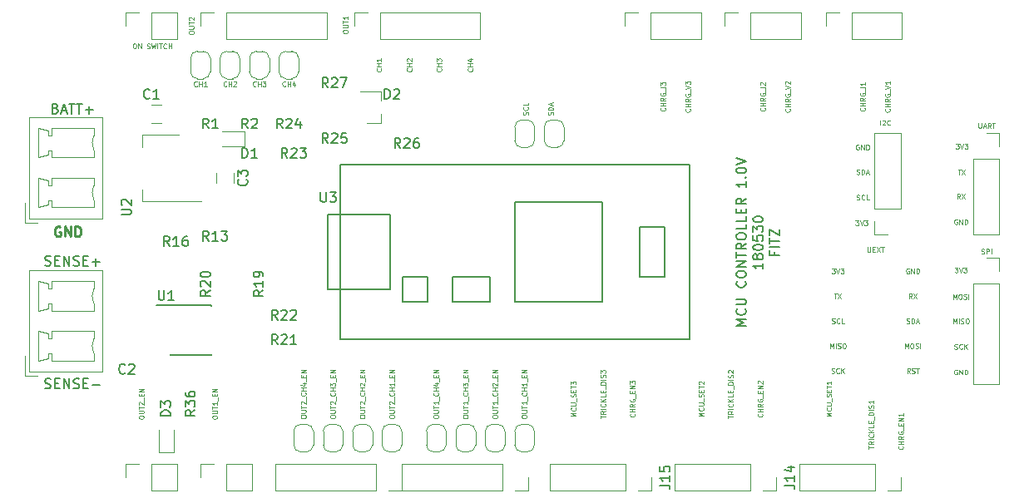
<source format=gto>
G04 #@! TF.GenerationSoftware,KiCad,Pcbnew,5.0.0-rc2-unknown-2cb65f9~65~ubuntu17.10.1*
G04 #@! TF.CreationDate,2018-06-03T22:22:17-07:00*
G04 #@! TF.ProjectId,mcu_controller,6D63755F636F6E74726F6C6C65722E6B,rev?*
G04 #@! TF.SameCoordinates,Original*
G04 #@! TF.FileFunction,Legend,Top*
G04 #@! TF.FilePolarity,Positive*
%FSLAX46Y46*%
G04 Gerber Fmt 4.6, Leading zero omitted, Abs format (unit mm)*
G04 Created by KiCad (PCBNEW 5.0.0-rc2-unknown-2cb65f9~65~ubuntu17.10.1) date Sun Jun  3 22:22:17 2018*
%MOMM*%
%LPD*%
G01*
G04 APERTURE LIST*
%ADD10C,0.200000*%
%ADD11C,0.100000*%
%ADD12C,0.220000*%
%ADD13C,0.120000*%
%ADD14C,0.150000*%
G04 APERTURE END LIST*
D10*
X173552380Y-132552380D02*
X172552380Y-132552380D01*
X173266666Y-132219047D01*
X172552380Y-131885714D01*
X173552380Y-131885714D01*
X173457142Y-130838095D02*
X173504761Y-130885714D01*
X173552380Y-131028571D01*
X173552380Y-131123809D01*
X173504761Y-131266666D01*
X173409523Y-131361904D01*
X173314285Y-131409523D01*
X173123809Y-131457142D01*
X172980952Y-131457142D01*
X172790476Y-131409523D01*
X172695238Y-131361904D01*
X172600000Y-131266666D01*
X172552380Y-131123809D01*
X172552380Y-131028571D01*
X172600000Y-130885714D01*
X172647619Y-130838095D01*
X172552380Y-130409523D02*
X173361904Y-130409523D01*
X173457142Y-130361904D01*
X173504761Y-130314285D01*
X173552380Y-130219047D01*
X173552380Y-130028571D01*
X173504761Y-129933333D01*
X173457142Y-129885714D01*
X173361904Y-129838095D01*
X172552380Y-129838095D01*
X173457142Y-128028571D02*
X173504761Y-128076190D01*
X173552380Y-128219047D01*
X173552380Y-128314285D01*
X173504761Y-128457142D01*
X173409523Y-128552380D01*
X173314285Y-128600000D01*
X173123809Y-128647619D01*
X172980952Y-128647619D01*
X172790476Y-128600000D01*
X172695238Y-128552380D01*
X172600000Y-128457142D01*
X172552380Y-128314285D01*
X172552380Y-128219047D01*
X172600000Y-128076190D01*
X172647619Y-128028571D01*
X172552380Y-127409523D02*
X172552380Y-127219047D01*
X172600000Y-127123809D01*
X172695238Y-127028571D01*
X172885714Y-126980952D01*
X173219047Y-126980952D01*
X173409523Y-127028571D01*
X173504761Y-127123809D01*
X173552380Y-127219047D01*
X173552380Y-127409523D01*
X173504761Y-127504761D01*
X173409523Y-127600000D01*
X173219047Y-127647619D01*
X172885714Y-127647619D01*
X172695238Y-127600000D01*
X172600000Y-127504761D01*
X172552380Y-127409523D01*
X173552380Y-126552380D02*
X172552380Y-126552380D01*
X173552380Y-125980952D01*
X172552380Y-125980952D01*
X172552380Y-125647619D02*
X172552380Y-125076190D01*
X173552380Y-125361904D02*
X172552380Y-125361904D01*
X173552380Y-124171428D02*
X173076190Y-124504761D01*
X173552380Y-124742857D02*
X172552380Y-124742857D01*
X172552380Y-124361904D01*
X172600000Y-124266666D01*
X172647619Y-124219047D01*
X172742857Y-124171428D01*
X172885714Y-124171428D01*
X172980952Y-124219047D01*
X173028571Y-124266666D01*
X173076190Y-124361904D01*
X173076190Y-124742857D01*
X172552380Y-123552380D02*
X172552380Y-123361904D01*
X172600000Y-123266666D01*
X172695238Y-123171428D01*
X172885714Y-123123809D01*
X173219047Y-123123809D01*
X173409523Y-123171428D01*
X173504761Y-123266666D01*
X173552380Y-123361904D01*
X173552380Y-123552380D01*
X173504761Y-123647619D01*
X173409523Y-123742857D01*
X173219047Y-123790476D01*
X172885714Y-123790476D01*
X172695238Y-123742857D01*
X172600000Y-123647619D01*
X172552380Y-123552380D01*
X173552380Y-122219047D02*
X173552380Y-122695238D01*
X172552380Y-122695238D01*
X173552380Y-121409523D02*
X173552380Y-121885714D01*
X172552380Y-121885714D01*
X173028571Y-121076190D02*
X173028571Y-120742857D01*
X173552380Y-120600000D02*
X173552380Y-121076190D01*
X172552380Y-121076190D01*
X172552380Y-120600000D01*
X173552380Y-119600000D02*
X173076190Y-119933333D01*
X173552380Y-120171428D02*
X172552380Y-120171428D01*
X172552380Y-119790476D01*
X172600000Y-119695238D01*
X172647619Y-119647619D01*
X172742857Y-119600000D01*
X172885714Y-119600000D01*
X172980952Y-119647619D01*
X173028571Y-119695238D01*
X173076190Y-119790476D01*
X173076190Y-120171428D01*
X173552380Y-117885714D02*
X173552380Y-118457142D01*
X173552380Y-118171428D02*
X172552380Y-118171428D01*
X172695238Y-118266666D01*
X172790476Y-118361904D01*
X172838095Y-118457142D01*
X173457142Y-117457142D02*
X173504761Y-117409523D01*
X173552380Y-117457142D01*
X173504761Y-117504761D01*
X173457142Y-117457142D01*
X173552380Y-117457142D01*
X172552380Y-116790476D02*
X172552380Y-116695238D01*
X172600000Y-116600000D01*
X172647619Y-116552380D01*
X172742857Y-116504761D01*
X172933333Y-116457142D01*
X173171428Y-116457142D01*
X173361904Y-116504761D01*
X173457142Y-116552380D01*
X173504761Y-116600000D01*
X173552380Y-116695238D01*
X173552380Y-116790476D01*
X173504761Y-116885714D01*
X173457142Y-116933333D01*
X173361904Y-116980952D01*
X173171428Y-117028571D01*
X172933333Y-117028571D01*
X172742857Y-116980952D01*
X172647619Y-116933333D01*
X172600000Y-116885714D01*
X172552380Y-116790476D01*
X172552380Y-116171428D02*
X173552380Y-115838095D01*
X172552380Y-115504761D01*
X175252380Y-126195238D02*
X175252380Y-126766666D01*
X175252380Y-126480952D02*
X174252380Y-126480952D01*
X174395238Y-126576190D01*
X174490476Y-126671428D01*
X174538095Y-126766666D01*
X174680952Y-125623809D02*
X174633333Y-125719047D01*
X174585714Y-125766666D01*
X174490476Y-125814285D01*
X174442857Y-125814285D01*
X174347619Y-125766666D01*
X174300000Y-125719047D01*
X174252380Y-125623809D01*
X174252380Y-125433333D01*
X174300000Y-125338095D01*
X174347619Y-125290476D01*
X174442857Y-125242857D01*
X174490476Y-125242857D01*
X174585714Y-125290476D01*
X174633333Y-125338095D01*
X174680952Y-125433333D01*
X174680952Y-125623809D01*
X174728571Y-125719047D01*
X174776190Y-125766666D01*
X174871428Y-125814285D01*
X175061904Y-125814285D01*
X175157142Y-125766666D01*
X175204761Y-125719047D01*
X175252380Y-125623809D01*
X175252380Y-125433333D01*
X175204761Y-125338095D01*
X175157142Y-125290476D01*
X175061904Y-125242857D01*
X174871428Y-125242857D01*
X174776190Y-125290476D01*
X174728571Y-125338095D01*
X174680952Y-125433333D01*
X174252380Y-124623809D02*
X174252380Y-124528571D01*
X174300000Y-124433333D01*
X174347619Y-124385714D01*
X174442857Y-124338095D01*
X174633333Y-124290476D01*
X174871428Y-124290476D01*
X175061904Y-124338095D01*
X175157142Y-124385714D01*
X175204761Y-124433333D01*
X175252380Y-124528571D01*
X175252380Y-124623809D01*
X175204761Y-124719047D01*
X175157142Y-124766666D01*
X175061904Y-124814285D01*
X174871428Y-124861904D01*
X174633333Y-124861904D01*
X174442857Y-124814285D01*
X174347619Y-124766666D01*
X174300000Y-124719047D01*
X174252380Y-124623809D01*
X174252380Y-123385714D02*
X174252380Y-123861904D01*
X174728571Y-123909523D01*
X174680952Y-123861904D01*
X174633333Y-123766666D01*
X174633333Y-123528571D01*
X174680952Y-123433333D01*
X174728571Y-123385714D01*
X174823809Y-123338095D01*
X175061904Y-123338095D01*
X175157142Y-123385714D01*
X175204761Y-123433333D01*
X175252380Y-123528571D01*
X175252380Y-123766666D01*
X175204761Y-123861904D01*
X175157142Y-123909523D01*
X174252380Y-123004761D02*
X174252380Y-122385714D01*
X174633333Y-122719047D01*
X174633333Y-122576190D01*
X174680952Y-122480952D01*
X174728571Y-122433333D01*
X174823809Y-122385714D01*
X175061904Y-122385714D01*
X175157142Y-122433333D01*
X175204761Y-122480952D01*
X175252380Y-122576190D01*
X175252380Y-122861904D01*
X175204761Y-122957142D01*
X175157142Y-123004761D01*
X174252380Y-121766666D02*
X174252380Y-121671428D01*
X174300000Y-121576190D01*
X174347619Y-121528571D01*
X174442857Y-121480952D01*
X174633333Y-121433333D01*
X174871428Y-121433333D01*
X175061904Y-121480952D01*
X175157142Y-121528571D01*
X175204761Y-121576190D01*
X175252380Y-121671428D01*
X175252380Y-121766666D01*
X175204761Y-121861904D01*
X175157142Y-121909523D01*
X175061904Y-121957142D01*
X174871428Y-122004761D01*
X174633333Y-122004761D01*
X174442857Y-121957142D01*
X174347619Y-121909523D01*
X174300000Y-121861904D01*
X174252380Y-121766666D01*
X176428571Y-125052380D02*
X176428571Y-125385714D01*
X176952380Y-125385714D02*
X175952380Y-125385714D01*
X175952380Y-124909523D01*
X176952380Y-124528571D02*
X175952380Y-124528571D01*
X175952380Y-124195238D02*
X175952380Y-123623809D01*
X176952380Y-123909523D02*
X175952380Y-123909523D01*
X175952380Y-123385714D02*
X175952380Y-122719047D01*
X176952380Y-123385714D01*
X176952380Y-122719047D01*
D11*
X136378571Y-106345238D02*
X136402380Y-106369047D01*
X136426190Y-106440476D01*
X136426190Y-106488095D01*
X136402380Y-106559523D01*
X136354761Y-106607142D01*
X136307142Y-106630952D01*
X136211904Y-106654761D01*
X136140476Y-106654761D01*
X136045238Y-106630952D01*
X135997619Y-106607142D01*
X135950000Y-106559523D01*
X135926190Y-106488095D01*
X135926190Y-106440476D01*
X135950000Y-106369047D01*
X135973809Y-106345238D01*
X136426190Y-106130952D02*
X135926190Y-106130952D01*
X136164285Y-106130952D02*
X136164285Y-105845238D01*
X136426190Y-105845238D02*
X135926190Y-105845238D01*
X136426190Y-105345238D02*
X136426190Y-105630952D01*
X136426190Y-105488095D02*
X135926190Y-105488095D01*
X135997619Y-105535714D01*
X136045238Y-105583333D01*
X136069047Y-105630952D01*
X139478571Y-106345238D02*
X139502380Y-106369047D01*
X139526190Y-106440476D01*
X139526190Y-106488095D01*
X139502380Y-106559523D01*
X139454761Y-106607142D01*
X139407142Y-106630952D01*
X139311904Y-106654761D01*
X139240476Y-106654761D01*
X139145238Y-106630952D01*
X139097619Y-106607142D01*
X139050000Y-106559523D01*
X139026190Y-106488095D01*
X139026190Y-106440476D01*
X139050000Y-106369047D01*
X139073809Y-106345238D01*
X139526190Y-106130952D02*
X139026190Y-106130952D01*
X139264285Y-106130952D02*
X139264285Y-105845238D01*
X139526190Y-105845238D02*
X139026190Y-105845238D01*
X139073809Y-105630952D02*
X139050000Y-105607142D01*
X139026190Y-105559523D01*
X139026190Y-105440476D01*
X139050000Y-105392857D01*
X139073809Y-105369047D01*
X139121428Y-105345238D01*
X139169047Y-105345238D01*
X139240476Y-105369047D01*
X139526190Y-105654761D01*
X139526190Y-105345238D01*
X142478571Y-106345238D02*
X142502380Y-106369047D01*
X142526190Y-106440476D01*
X142526190Y-106488095D01*
X142502380Y-106559523D01*
X142454761Y-106607142D01*
X142407142Y-106630952D01*
X142311904Y-106654761D01*
X142240476Y-106654761D01*
X142145238Y-106630952D01*
X142097619Y-106607142D01*
X142050000Y-106559523D01*
X142026190Y-106488095D01*
X142026190Y-106440476D01*
X142050000Y-106369047D01*
X142073809Y-106345238D01*
X142526190Y-106130952D02*
X142026190Y-106130952D01*
X142264285Y-106130952D02*
X142264285Y-105845238D01*
X142526190Y-105845238D02*
X142026190Y-105845238D01*
X142026190Y-105654761D02*
X142026190Y-105345238D01*
X142216666Y-105511904D01*
X142216666Y-105440476D01*
X142240476Y-105392857D01*
X142264285Y-105369047D01*
X142311904Y-105345238D01*
X142430952Y-105345238D01*
X142478571Y-105369047D01*
X142502380Y-105392857D01*
X142526190Y-105440476D01*
X142526190Y-105583333D01*
X142502380Y-105630952D01*
X142478571Y-105654761D01*
X145678571Y-106345238D02*
X145702380Y-106369047D01*
X145726190Y-106440476D01*
X145726190Y-106488095D01*
X145702380Y-106559523D01*
X145654761Y-106607142D01*
X145607142Y-106630952D01*
X145511904Y-106654761D01*
X145440476Y-106654761D01*
X145345238Y-106630952D01*
X145297619Y-106607142D01*
X145250000Y-106559523D01*
X145226190Y-106488095D01*
X145226190Y-106440476D01*
X145250000Y-106369047D01*
X145273809Y-106345238D01*
X145726190Y-106130952D02*
X145226190Y-106130952D01*
X145464285Y-106130952D02*
X145464285Y-105845238D01*
X145726190Y-105845238D02*
X145226190Y-105845238D01*
X145392857Y-105392857D02*
X145726190Y-105392857D01*
X145202380Y-105511904D02*
X145559523Y-105630952D01*
X145559523Y-105321428D01*
X132526190Y-102638095D02*
X132526190Y-102542857D01*
X132550000Y-102495238D01*
X132597619Y-102447619D01*
X132692857Y-102423809D01*
X132859523Y-102423809D01*
X132954761Y-102447619D01*
X133002380Y-102495238D01*
X133026190Y-102542857D01*
X133026190Y-102638095D01*
X133002380Y-102685714D01*
X132954761Y-102733333D01*
X132859523Y-102757142D01*
X132692857Y-102757142D01*
X132597619Y-102733333D01*
X132550000Y-102685714D01*
X132526190Y-102638095D01*
X132526190Y-102209523D02*
X132930952Y-102209523D01*
X132978571Y-102185714D01*
X133002380Y-102161904D01*
X133026190Y-102114285D01*
X133026190Y-102019047D01*
X133002380Y-101971428D01*
X132978571Y-101947619D01*
X132930952Y-101923809D01*
X132526190Y-101923809D01*
X132526190Y-101757142D02*
X132526190Y-101471428D01*
X133026190Y-101614285D02*
X132526190Y-101614285D01*
X133026190Y-101042857D02*
X133026190Y-101328571D01*
X133026190Y-101185714D02*
X132526190Y-101185714D01*
X132597619Y-101233333D01*
X132645238Y-101280952D01*
X132669047Y-101328571D01*
X116826190Y-102738095D02*
X116826190Y-102642857D01*
X116850000Y-102595238D01*
X116897619Y-102547619D01*
X116992857Y-102523809D01*
X117159523Y-102523809D01*
X117254761Y-102547619D01*
X117302380Y-102595238D01*
X117326190Y-102642857D01*
X117326190Y-102738095D01*
X117302380Y-102785714D01*
X117254761Y-102833333D01*
X117159523Y-102857142D01*
X116992857Y-102857142D01*
X116897619Y-102833333D01*
X116850000Y-102785714D01*
X116826190Y-102738095D01*
X116826190Y-102309523D02*
X117230952Y-102309523D01*
X117278571Y-102285714D01*
X117302380Y-102261904D01*
X117326190Y-102214285D01*
X117326190Y-102119047D01*
X117302380Y-102071428D01*
X117278571Y-102047619D01*
X117230952Y-102023809D01*
X116826190Y-102023809D01*
X116826190Y-101857142D02*
X116826190Y-101571428D01*
X117326190Y-101714285D02*
X116826190Y-101714285D01*
X116873809Y-101428571D02*
X116850000Y-101404761D01*
X116826190Y-101357142D01*
X116826190Y-101238095D01*
X116850000Y-101190476D01*
X116873809Y-101166666D01*
X116921428Y-101142857D01*
X116969047Y-101142857D01*
X117040476Y-101166666D01*
X117326190Y-101452380D01*
X117326190Y-101142857D01*
X111254761Y-103826190D02*
X111350000Y-103826190D01*
X111397619Y-103850000D01*
X111445238Y-103897619D01*
X111469047Y-103992857D01*
X111469047Y-104159523D01*
X111445238Y-104254761D01*
X111397619Y-104302380D01*
X111350000Y-104326190D01*
X111254761Y-104326190D01*
X111207142Y-104302380D01*
X111159523Y-104254761D01*
X111135714Y-104159523D01*
X111135714Y-103992857D01*
X111159523Y-103897619D01*
X111207142Y-103850000D01*
X111254761Y-103826190D01*
X111683333Y-104326190D02*
X111683333Y-103826190D01*
X111969047Y-104326190D01*
X111969047Y-103826190D01*
X112564285Y-104302380D02*
X112635714Y-104326190D01*
X112754761Y-104326190D01*
X112802380Y-104302380D01*
X112826190Y-104278571D01*
X112850000Y-104230952D01*
X112850000Y-104183333D01*
X112826190Y-104135714D01*
X112802380Y-104111904D01*
X112754761Y-104088095D01*
X112659523Y-104064285D01*
X112611904Y-104040476D01*
X112588095Y-104016666D01*
X112564285Y-103969047D01*
X112564285Y-103921428D01*
X112588095Y-103873809D01*
X112611904Y-103850000D01*
X112659523Y-103826190D01*
X112778571Y-103826190D01*
X112850000Y-103850000D01*
X113016666Y-103826190D02*
X113135714Y-104326190D01*
X113230952Y-103969047D01*
X113326190Y-104326190D01*
X113445238Y-103826190D01*
X113635714Y-104326190D02*
X113635714Y-103826190D01*
X113802380Y-103826190D02*
X114088095Y-103826190D01*
X113945238Y-104326190D02*
X113945238Y-103826190D01*
X114540476Y-104278571D02*
X114516666Y-104302380D01*
X114445238Y-104326190D01*
X114397619Y-104326190D01*
X114326190Y-104302380D01*
X114278571Y-104254761D01*
X114254761Y-104207142D01*
X114230952Y-104111904D01*
X114230952Y-104040476D01*
X114254761Y-103945238D01*
X114278571Y-103897619D01*
X114326190Y-103850000D01*
X114397619Y-103826190D01*
X114445238Y-103826190D01*
X114516666Y-103850000D01*
X114540476Y-103873809D01*
X114754761Y-104326190D02*
X114754761Y-103826190D01*
X114754761Y-104064285D02*
X115040476Y-104064285D01*
X115040476Y-104326190D02*
X115040476Y-103826190D01*
X126654761Y-108128571D02*
X126630952Y-108152380D01*
X126559523Y-108176190D01*
X126511904Y-108176190D01*
X126440476Y-108152380D01*
X126392857Y-108104761D01*
X126369047Y-108057142D01*
X126345238Y-107961904D01*
X126345238Y-107890476D01*
X126369047Y-107795238D01*
X126392857Y-107747619D01*
X126440476Y-107700000D01*
X126511904Y-107676190D01*
X126559523Y-107676190D01*
X126630952Y-107700000D01*
X126654761Y-107723809D01*
X126869047Y-108176190D02*
X126869047Y-107676190D01*
X126869047Y-107914285D02*
X127154761Y-107914285D01*
X127154761Y-108176190D02*
X127154761Y-107676190D01*
X127607142Y-107842857D02*
X127607142Y-108176190D01*
X127488095Y-107652380D02*
X127369047Y-108009523D01*
X127678571Y-108009523D01*
X123654761Y-108128571D02*
X123630952Y-108152380D01*
X123559523Y-108176190D01*
X123511904Y-108176190D01*
X123440476Y-108152380D01*
X123392857Y-108104761D01*
X123369047Y-108057142D01*
X123345238Y-107961904D01*
X123345238Y-107890476D01*
X123369047Y-107795238D01*
X123392857Y-107747619D01*
X123440476Y-107700000D01*
X123511904Y-107676190D01*
X123559523Y-107676190D01*
X123630952Y-107700000D01*
X123654761Y-107723809D01*
X123869047Y-108176190D02*
X123869047Y-107676190D01*
X123869047Y-107914285D02*
X124154761Y-107914285D01*
X124154761Y-108176190D02*
X124154761Y-107676190D01*
X124345238Y-107676190D02*
X124654761Y-107676190D01*
X124488095Y-107866666D01*
X124559523Y-107866666D01*
X124607142Y-107890476D01*
X124630952Y-107914285D01*
X124654761Y-107961904D01*
X124654761Y-108080952D01*
X124630952Y-108128571D01*
X124607142Y-108152380D01*
X124559523Y-108176190D01*
X124416666Y-108176190D01*
X124369047Y-108152380D01*
X124345238Y-108128571D01*
X120654761Y-108128571D02*
X120630952Y-108152380D01*
X120559523Y-108176190D01*
X120511904Y-108176190D01*
X120440476Y-108152380D01*
X120392857Y-108104761D01*
X120369047Y-108057142D01*
X120345238Y-107961904D01*
X120345238Y-107890476D01*
X120369047Y-107795238D01*
X120392857Y-107747619D01*
X120440476Y-107700000D01*
X120511904Y-107676190D01*
X120559523Y-107676190D01*
X120630952Y-107700000D01*
X120654761Y-107723809D01*
X120869047Y-108176190D02*
X120869047Y-107676190D01*
X120869047Y-107914285D02*
X121154761Y-107914285D01*
X121154761Y-108176190D02*
X121154761Y-107676190D01*
X121369047Y-107723809D02*
X121392857Y-107700000D01*
X121440476Y-107676190D01*
X121559523Y-107676190D01*
X121607142Y-107700000D01*
X121630952Y-107723809D01*
X121654761Y-107771428D01*
X121654761Y-107819047D01*
X121630952Y-107890476D01*
X121345238Y-108176190D01*
X121654761Y-108176190D01*
X117654761Y-108128571D02*
X117630952Y-108152380D01*
X117559523Y-108176190D01*
X117511904Y-108176190D01*
X117440476Y-108152380D01*
X117392857Y-108104761D01*
X117369047Y-108057142D01*
X117345238Y-107961904D01*
X117345238Y-107890476D01*
X117369047Y-107795238D01*
X117392857Y-107747619D01*
X117440476Y-107700000D01*
X117511904Y-107676190D01*
X117559523Y-107676190D01*
X117630952Y-107700000D01*
X117654761Y-107723809D01*
X117869047Y-108176190D02*
X117869047Y-107676190D01*
X117869047Y-107914285D02*
X118154761Y-107914285D01*
X118154761Y-108176190D02*
X118154761Y-107676190D01*
X118654761Y-108176190D02*
X118369047Y-108176190D01*
X118511904Y-108176190D02*
X118511904Y-107676190D01*
X118464285Y-107747619D01*
X118416666Y-107795238D01*
X118369047Y-107819047D01*
X151332380Y-111085238D02*
X151356190Y-111013809D01*
X151356190Y-110894761D01*
X151332380Y-110847142D01*
X151308571Y-110823333D01*
X151260952Y-110799523D01*
X151213333Y-110799523D01*
X151165714Y-110823333D01*
X151141904Y-110847142D01*
X151118095Y-110894761D01*
X151094285Y-110990000D01*
X151070476Y-111037619D01*
X151046666Y-111061428D01*
X150999047Y-111085238D01*
X150951428Y-111085238D01*
X150903809Y-111061428D01*
X150880000Y-111037619D01*
X150856190Y-110990000D01*
X150856190Y-110870952D01*
X150880000Y-110799523D01*
X151308571Y-110299523D02*
X151332380Y-110323333D01*
X151356190Y-110394761D01*
X151356190Y-110442380D01*
X151332380Y-110513809D01*
X151284761Y-110561428D01*
X151237142Y-110585238D01*
X151141904Y-110609047D01*
X151070476Y-110609047D01*
X150975238Y-110585238D01*
X150927619Y-110561428D01*
X150880000Y-110513809D01*
X150856190Y-110442380D01*
X150856190Y-110394761D01*
X150880000Y-110323333D01*
X150903809Y-110299523D01*
X151356190Y-109847142D02*
X151356190Y-110085238D01*
X150856190Y-110085238D01*
X153872380Y-111097142D02*
X153896190Y-111025714D01*
X153896190Y-110906666D01*
X153872380Y-110859047D01*
X153848571Y-110835238D01*
X153800952Y-110811428D01*
X153753333Y-110811428D01*
X153705714Y-110835238D01*
X153681904Y-110859047D01*
X153658095Y-110906666D01*
X153634285Y-111001904D01*
X153610476Y-111049523D01*
X153586666Y-111073333D01*
X153539047Y-111097142D01*
X153491428Y-111097142D01*
X153443809Y-111073333D01*
X153420000Y-111049523D01*
X153396190Y-111001904D01*
X153396190Y-110882857D01*
X153420000Y-110811428D01*
X153896190Y-110597142D02*
X153396190Y-110597142D01*
X153396190Y-110478095D01*
X153420000Y-110406666D01*
X153467619Y-110359047D01*
X153515238Y-110335238D01*
X153610476Y-110311428D01*
X153681904Y-110311428D01*
X153777142Y-110335238D01*
X153824761Y-110359047D01*
X153872380Y-110406666D01*
X153896190Y-110478095D01*
X153896190Y-110597142D01*
X153753333Y-110120952D02*
X153753333Y-109882857D01*
X153896190Y-110168571D02*
X153396190Y-110001904D01*
X153896190Y-109835238D01*
X165278571Y-110374761D02*
X165302380Y-110398571D01*
X165326190Y-110470000D01*
X165326190Y-110517619D01*
X165302380Y-110589047D01*
X165254761Y-110636666D01*
X165207142Y-110660476D01*
X165111904Y-110684285D01*
X165040476Y-110684285D01*
X164945238Y-110660476D01*
X164897619Y-110636666D01*
X164850000Y-110589047D01*
X164826190Y-110517619D01*
X164826190Y-110470000D01*
X164850000Y-110398571D01*
X164873809Y-110374761D01*
X165326190Y-110160476D02*
X164826190Y-110160476D01*
X165064285Y-110160476D02*
X165064285Y-109874761D01*
X165326190Y-109874761D02*
X164826190Y-109874761D01*
X165326190Y-109350952D02*
X165088095Y-109517619D01*
X165326190Y-109636666D02*
X164826190Y-109636666D01*
X164826190Y-109446190D01*
X164850000Y-109398571D01*
X164873809Y-109374761D01*
X164921428Y-109350952D01*
X164992857Y-109350952D01*
X165040476Y-109374761D01*
X165064285Y-109398571D01*
X165088095Y-109446190D01*
X165088095Y-109636666D01*
X164850000Y-108874761D02*
X164826190Y-108922380D01*
X164826190Y-108993809D01*
X164850000Y-109065238D01*
X164897619Y-109112857D01*
X164945238Y-109136666D01*
X165040476Y-109160476D01*
X165111904Y-109160476D01*
X165207142Y-109136666D01*
X165254761Y-109112857D01*
X165302380Y-109065238D01*
X165326190Y-108993809D01*
X165326190Y-108946190D01*
X165302380Y-108874761D01*
X165278571Y-108850952D01*
X165111904Y-108850952D01*
X165111904Y-108946190D01*
X165373809Y-108755714D02*
X165373809Y-108374761D01*
X165326190Y-108255714D02*
X164826190Y-108255714D01*
X164826190Y-108065238D02*
X164826190Y-107755714D01*
X165016666Y-107922380D01*
X165016666Y-107850952D01*
X165040476Y-107803333D01*
X165064285Y-107779523D01*
X165111904Y-107755714D01*
X165230952Y-107755714D01*
X165278571Y-107779523D01*
X165302380Y-107803333D01*
X165326190Y-107850952D01*
X165326190Y-107993809D01*
X165302380Y-108041428D01*
X165278571Y-108065238D01*
X167818571Y-110470000D02*
X167842380Y-110493809D01*
X167866190Y-110565238D01*
X167866190Y-110612857D01*
X167842380Y-110684285D01*
X167794761Y-110731904D01*
X167747142Y-110755714D01*
X167651904Y-110779523D01*
X167580476Y-110779523D01*
X167485238Y-110755714D01*
X167437619Y-110731904D01*
X167390000Y-110684285D01*
X167366190Y-110612857D01*
X167366190Y-110565238D01*
X167390000Y-110493809D01*
X167413809Y-110470000D01*
X167866190Y-110255714D02*
X167366190Y-110255714D01*
X167604285Y-110255714D02*
X167604285Y-109970000D01*
X167866190Y-109970000D02*
X167366190Y-109970000D01*
X167866190Y-109446190D02*
X167628095Y-109612857D01*
X167866190Y-109731904D02*
X167366190Y-109731904D01*
X167366190Y-109541428D01*
X167390000Y-109493809D01*
X167413809Y-109470000D01*
X167461428Y-109446190D01*
X167532857Y-109446190D01*
X167580476Y-109470000D01*
X167604285Y-109493809D01*
X167628095Y-109541428D01*
X167628095Y-109731904D01*
X167390000Y-108970000D02*
X167366190Y-109017619D01*
X167366190Y-109089047D01*
X167390000Y-109160476D01*
X167437619Y-109208095D01*
X167485238Y-109231904D01*
X167580476Y-109255714D01*
X167651904Y-109255714D01*
X167747142Y-109231904D01*
X167794761Y-109208095D01*
X167842380Y-109160476D01*
X167866190Y-109089047D01*
X167866190Y-109041428D01*
X167842380Y-108970000D01*
X167818571Y-108946190D01*
X167651904Y-108946190D01*
X167651904Y-109041428D01*
X167913809Y-108850952D02*
X167913809Y-108470000D01*
X167366190Y-108422380D02*
X167866190Y-108255714D01*
X167366190Y-108089047D01*
X167366190Y-107970000D02*
X167366190Y-107660476D01*
X167556666Y-107827142D01*
X167556666Y-107755714D01*
X167580476Y-107708095D01*
X167604285Y-107684285D01*
X167651904Y-107660476D01*
X167770952Y-107660476D01*
X167818571Y-107684285D01*
X167842380Y-107708095D01*
X167866190Y-107755714D01*
X167866190Y-107898571D01*
X167842380Y-107946190D01*
X167818571Y-107970000D01*
X175438571Y-110374761D02*
X175462380Y-110398571D01*
X175486190Y-110470000D01*
X175486190Y-110517619D01*
X175462380Y-110589047D01*
X175414761Y-110636666D01*
X175367142Y-110660476D01*
X175271904Y-110684285D01*
X175200476Y-110684285D01*
X175105238Y-110660476D01*
X175057619Y-110636666D01*
X175010000Y-110589047D01*
X174986190Y-110517619D01*
X174986190Y-110470000D01*
X175010000Y-110398571D01*
X175033809Y-110374761D01*
X175486190Y-110160476D02*
X174986190Y-110160476D01*
X175224285Y-110160476D02*
X175224285Y-109874761D01*
X175486190Y-109874761D02*
X174986190Y-109874761D01*
X175486190Y-109350952D02*
X175248095Y-109517619D01*
X175486190Y-109636666D02*
X174986190Y-109636666D01*
X174986190Y-109446190D01*
X175010000Y-109398571D01*
X175033809Y-109374761D01*
X175081428Y-109350952D01*
X175152857Y-109350952D01*
X175200476Y-109374761D01*
X175224285Y-109398571D01*
X175248095Y-109446190D01*
X175248095Y-109636666D01*
X175010000Y-108874761D02*
X174986190Y-108922380D01*
X174986190Y-108993809D01*
X175010000Y-109065238D01*
X175057619Y-109112857D01*
X175105238Y-109136666D01*
X175200476Y-109160476D01*
X175271904Y-109160476D01*
X175367142Y-109136666D01*
X175414761Y-109112857D01*
X175462380Y-109065238D01*
X175486190Y-108993809D01*
X175486190Y-108946190D01*
X175462380Y-108874761D01*
X175438571Y-108850952D01*
X175271904Y-108850952D01*
X175271904Y-108946190D01*
X175533809Y-108755714D02*
X175533809Y-108374761D01*
X175486190Y-108255714D02*
X174986190Y-108255714D01*
X175033809Y-108041428D02*
X175010000Y-108017619D01*
X174986190Y-107970000D01*
X174986190Y-107850952D01*
X175010000Y-107803333D01*
X175033809Y-107779523D01*
X175081428Y-107755714D01*
X175129047Y-107755714D01*
X175200476Y-107779523D01*
X175486190Y-108065238D01*
X175486190Y-107755714D01*
X177978571Y-110470000D02*
X178002380Y-110493809D01*
X178026190Y-110565238D01*
X178026190Y-110612857D01*
X178002380Y-110684285D01*
X177954761Y-110731904D01*
X177907142Y-110755714D01*
X177811904Y-110779523D01*
X177740476Y-110779523D01*
X177645238Y-110755714D01*
X177597619Y-110731904D01*
X177550000Y-110684285D01*
X177526190Y-110612857D01*
X177526190Y-110565238D01*
X177550000Y-110493809D01*
X177573809Y-110470000D01*
X178026190Y-110255714D02*
X177526190Y-110255714D01*
X177764285Y-110255714D02*
X177764285Y-109970000D01*
X178026190Y-109970000D02*
X177526190Y-109970000D01*
X178026190Y-109446190D02*
X177788095Y-109612857D01*
X178026190Y-109731904D02*
X177526190Y-109731904D01*
X177526190Y-109541428D01*
X177550000Y-109493809D01*
X177573809Y-109470000D01*
X177621428Y-109446190D01*
X177692857Y-109446190D01*
X177740476Y-109470000D01*
X177764285Y-109493809D01*
X177788095Y-109541428D01*
X177788095Y-109731904D01*
X177550000Y-108970000D02*
X177526190Y-109017619D01*
X177526190Y-109089047D01*
X177550000Y-109160476D01*
X177597619Y-109208095D01*
X177645238Y-109231904D01*
X177740476Y-109255714D01*
X177811904Y-109255714D01*
X177907142Y-109231904D01*
X177954761Y-109208095D01*
X178002380Y-109160476D01*
X178026190Y-109089047D01*
X178026190Y-109041428D01*
X178002380Y-108970000D01*
X177978571Y-108946190D01*
X177811904Y-108946190D01*
X177811904Y-109041428D01*
X178073809Y-108850952D02*
X178073809Y-108470000D01*
X177526190Y-108422380D02*
X178026190Y-108255714D01*
X177526190Y-108089047D01*
X177573809Y-107946190D02*
X177550000Y-107922380D01*
X177526190Y-107874761D01*
X177526190Y-107755714D01*
X177550000Y-107708095D01*
X177573809Y-107684285D01*
X177621428Y-107660476D01*
X177669047Y-107660476D01*
X177740476Y-107684285D01*
X178026190Y-107970000D01*
X178026190Y-107660476D01*
X185598571Y-110374761D02*
X185622380Y-110398571D01*
X185646190Y-110470000D01*
X185646190Y-110517619D01*
X185622380Y-110589047D01*
X185574761Y-110636666D01*
X185527142Y-110660476D01*
X185431904Y-110684285D01*
X185360476Y-110684285D01*
X185265238Y-110660476D01*
X185217619Y-110636666D01*
X185170000Y-110589047D01*
X185146190Y-110517619D01*
X185146190Y-110470000D01*
X185170000Y-110398571D01*
X185193809Y-110374761D01*
X185646190Y-110160476D02*
X185146190Y-110160476D01*
X185384285Y-110160476D02*
X185384285Y-109874761D01*
X185646190Y-109874761D02*
X185146190Y-109874761D01*
X185646190Y-109350952D02*
X185408095Y-109517619D01*
X185646190Y-109636666D02*
X185146190Y-109636666D01*
X185146190Y-109446190D01*
X185170000Y-109398571D01*
X185193809Y-109374761D01*
X185241428Y-109350952D01*
X185312857Y-109350952D01*
X185360476Y-109374761D01*
X185384285Y-109398571D01*
X185408095Y-109446190D01*
X185408095Y-109636666D01*
X185170000Y-108874761D02*
X185146190Y-108922380D01*
X185146190Y-108993809D01*
X185170000Y-109065238D01*
X185217619Y-109112857D01*
X185265238Y-109136666D01*
X185360476Y-109160476D01*
X185431904Y-109160476D01*
X185527142Y-109136666D01*
X185574761Y-109112857D01*
X185622380Y-109065238D01*
X185646190Y-108993809D01*
X185646190Y-108946190D01*
X185622380Y-108874761D01*
X185598571Y-108850952D01*
X185431904Y-108850952D01*
X185431904Y-108946190D01*
X185693809Y-108755714D02*
X185693809Y-108374761D01*
X185646190Y-108255714D02*
X185146190Y-108255714D01*
X185646190Y-107755714D02*
X185646190Y-108041428D01*
X185646190Y-107898571D02*
X185146190Y-107898571D01*
X185217619Y-107946190D01*
X185265238Y-107993809D01*
X185289047Y-108041428D01*
X188138571Y-110470000D02*
X188162380Y-110493809D01*
X188186190Y-110565238D01*
X188186190Y-110612857D01*
X188162380Y-110684285D01*
X188114761Y-110731904D01*
X188067142Y-110755714D01*
X187971904Y-110779523D01*
X187900476Y-110779523D01*
X187805238Y-110755714D01*
X187757619Y-110731904D01*
X187710000Y-110684285D01*
X187686190Y-110612857D01*
X187686190Y-110565238D01*
X187710000Y-110493809D01*
X187733809Y-110470000D01*
X188186190Y-110255714D02*
X187686190Y-110255714D01*
X187924285Y-110255714D02*
X187924285Y-109970000D01*
X188186190Y-109970000D02*
X187686190Y-109970000D01*
X188186190Y-109446190D02*
X187948095Y-109612857D01*
X188186190Y-109731904D02*
X187686190Y-109731904D01*
X187686190Y-109541428D01*
X187710000Y-109493809D01*
X187733809Y-109470000D01*
X187781428Y-109446190D01*
X187852857Y-109446190D01*
X187900476Y-109470000D01*
X187924285Y-109493809D01*
X187948095Y-109541428D01*
X187948095Y-109731904D01*
X187710000Y-108970000D02*
X187686190Y-109017619D01*
X187686190Y-109089047D01*
X187710000Y-109160476D01*
X187757619Y-109208095D01*
X187805238Y-109231904D01*
X187900476Y-109255714D01*
X187971904Y-109255714D01*
X188067142Y-109231904D01*
X188114761Y-109208095D01*
X188162380Y-109160476D01*
X188186190Y-109089047D01*
X188186190Y-109041428D01*
X188162380Y-108970000D01*
X188138571Y-108946190D01*
X187971904Y-108946190D01*
X187971904Y-109041428D01*
X188233809Y-108850952D02*
X188233809Y-108470000D01*
X187686190Y-108422380D02*
X188186190Y-108255714D01*
X187686190Y-108089047D01*
X188186190Y-107660476D02*
X188186190Y-107946190D01*
X188186190Y-107803333D02*
X187686190Y-107803333D01*
X187757619Y-107850952D01*
X187805238Y-107898571D01*
X187829047Y-107946190D01*
X182260952Y-126726190D02*
X182570476Y-126726190D01*
X182403809Y-126916666D01*
X182475238Y-126916666D01*
X182522857Y-126940476D01*
X182546666Y-126964285D01*
X182570476Y-127011904D01*
X182570476Y-127130952D01*
X182546666Y-127178571D01*
X182522857Y-127202380D01*
X182475238Y-127226190D01*
X182332380Y-127226190D01*
X182284761Y-127202380D01*
X182260952Y-127178571D01*
X182713333Y-126726190D02*
X182880000Y-127226190D01*
X183046666Y-126726190D01*
X183165714Y-126726190D02*
X183475238Y-126726190D01*
X183308571Y-126916666D01*
X183380000Y-126916666D01*
X183427619Y-126940476D01*
X183451428Y-126964285D01*
X183475238Y-127011904D01*
X183475238Y-127130952D01*
X183451428Y-127178571D01*
X183427619Y-127202380D01*
X183380000Y-127226190D01*
X183237142Y-127226190D01*
X183189523Y-127202380D01*
X183165714Y-127178571D01*
X182499047Y-129266190D02*
X182784761Y-129266190D01*
X182641904Y-129766190D02*
X182641904Y-129266190D01*
X182903809Y-129266190D02*
X183237142Y-129766190D01*
X183237142Y-129266190D02*
X182903809Y-129766190D01*
X182284761Y-132282380D02*
X182356190Y-132306190D01*
X182475238Y-132306190D01*
X182522857Y-132282380D01*
X182546666Y-132258571D01*
X182570476Y-132210952D01*
X182570476Y-132163333D01*
X182546666Y-132115714D01*
X182522857Y-132091904D01*
X182475238Y-132068095D01*
X182380000Y-132044285D01*
X182332380Y-132020476D01*
X182308571Y-131996666D01*
X182284761Y-131949047D01*
X182284761Y-131901428D01*
X182308571Y-131853809D01*
X182332380Y-131830000D01*
X182380000Y-131806190D01*
X182499047Y-131806190D01*
X182570476Y-131830000D01*
X183070476Y-132258571D02*
X183046666Y-132282380D01*
X182975238Y-132306190D01*
X182927619Y-132306190D01*
X182856190Y-132282380D01*
X182808571Y-132234761D01*
X182784761Y-132187142D01*
X182760952Y-132091904D01*
X182760952Y-132020476D01*
X182784761Y-131925238D01*
X182808571Y-131877619D01*
X182856190Y-131830000D01*
X182927619Y-131806190D01*
X182975238Y-131806190D01*
X183046666Y-131830000D01*
X183070476Y-131853809D01*
X183522857Y-132306190D02*
X183284761Y-132306190D01*
X183284761Y-131806190D01*
X182094285Y-134846190D02*
X182094285Y-134346190D01*
X182260952Y-134703333D01*
X182427619Y-134346190D01*
X182427619Y-134846190D01*
X182665714Y-134846190D02*
X182665714Y-134346190D01*
X182880000Y-134822380D02*
X182951428Y-134846190D01*
X183070476Y-134846190D01*
X183118095Y-134822380D01*
X183141904Y-134798571D01*
X183165714Y-134750952D01*
X183165714Y-134703333D01*
X183141904Y-134655714D01*
X183118095Y-134631904D01*
X183070476Y-134608095D01*
X182975238Y-134584285D01*
X182927619Y-134560476D01*
X182903809Y-134536666D01*
X182880000Y-134489047D01*
X182880000Y-134441428D01*
X182903809Y-134393809D01*
X182927619Y-134370000D01*
X182975238Y-134346190D01*
X183094285Y-134346190D01*
X183165714Y-134370000D01*
X183475238Y-134346190D02*
X183570476Y-134346190D01*
X183618095Y-134370000D01*
X183665714Y-134417619D01*
X183689523Y-134512857D01*
X183689523Y-134679523D01*
X183665714Y-134774761D01*
X183618095Y-134822380D01*
X183570476Y-134846190D01*
X183475238Y-134846190D01*
X183427619Y-134822380D01*
X183380000Y-134774761D01*
X183356190Y-134679523D01*
X183356190Y-134512857D01*
X183380000Y-134417619D01*
X183427619Y-134370000D01*
X183475238Y-134346190D01*
X182237142Y-137362380D02*
X182308571Y-137386190D01*
X182427619Y-137386190D01*
X182475238Y-137362380D01*
X182499047Y-137338571D01*
X182522857Y-137290952D01*
X182522857Y-137243333D01*
X182499047Y-137195714D01*
X182475238Y-137171904D01*
X182427619Y-137148095D01*
X182332380Y-137124285D01*
X182284761Y-137100476D01*
X182260952Y-137076666D01*
X182237142Y-137029047D01*
X182237142Y-136981428D01*
X182260952Y-136933809D01*
X182284761Y-136910000D01*
X182332380Y-136886190D01*
X182451428Y-136886190D01*
X182522857Y-136910000D01*
X183022857Y-137338571D02*
X182999047Y-137362380D01*
X182927619Y-137386190D01*
X182880000Y-137386190D01*
X182808571Y-137362380D01*
X182760952Y-137314761D01*
X182737142Y-137267142D01*
X182713333Y-137171904D01*
X182713333Y-137100476D01*
X182737142Y-137005238D01*
X182760952Y-136957619D01*
X182808571Y-136910000D01*
X182880000Y-136886190D01*
X182927619Y-136886190D01*
X182999047Y-136910000D01*
X183022857Y-136933809D01*
X183237142Y-137386190D02*
X183237142Y-136886190D01*
X183522857Y-137386190D02*
X183308571Y-137100476D01*
X183522857Y-136886190D02*
X183237142Y-137171904D01*
X190226190Y-137386190D02*
X190059523Y-137148095D01*
X189940476Y-137386190D02*
X189940476Y-136886190D01*
X190130952Y-136886190D01*
X190178571Y-136910000D01*
X190202380Y-136933809D01*
X190226190Y-136981428D01*
X190226190Y-137052857D01*
X190202380Y-137100476D01*
X190178571Y-137124285D01*
X190130952Y-137148095D01*
X189940476Y-137148095D01*
X190416666Y-137362380D02*
X190488095Y-137386190D01*
X190607142Y-137386190D01*
X190654761Y-137362380D01*
X190678571Y-137338571D01*
X190702380Y-137290952D01*
X190702380Y-137243333D01*
X190678571Y-137195714D01*
X190654761Y-137171904D01*
X190607142Y-137148095D01*
X190511904Y-137124285D01*
X190464285Y-137100476D01*
X190440476Y-137076666D01*
X190416666Y-137029047D01*
X190416666Y-136981428D01*
X190440476Y-136933809D01*
X190464285Y-136910000D01*
X190511904Y-136886190D01*
X190630952Y-136886190D01*
X190702380Y-136910000D01*
X190845238Y-136886190D02*
X191130952Y-136886190D01*
X190988095Y-137386190D02*
X190988095Y-136886190D01*
X189714285Y-134846190D02*
X189714285Y-134346190D01*
X189880952Y-134703333D01*
X190047619Y-134346190D01*
X190047619Y-134846190D01*
X190380952Y-134346190D02*
X190476190Y-134346190D01*
X190523809Y-134370000D01*
X190571428Y-134417619D01*
X190595238Y-134512857D01*
X190595238Y-134679523D01*
X190571428Y-134774761D01*
X190523809Y-134822380D01*
X190476190Y-134846190D01*
X190380952Y-134846190D01*
X190333333Y-134822380D01*
X190285714Y-134774761D01*
X190261904Y-134679523D01*
X190261904Y-134512857D01*
X190285714Y-134417619D01*
X190333333Y-134370000D01*
X190380952Y-134346190D01*
X190785714Y-134822380D02*
X190857142Y-134846190D01*
X190976190Y-134846190D01*
X191023809Y-134822380D01*
X191047619Y-134798571D01*
X191071428Y-134750952D01*
X191071428Y-134703333D01*
X191047619Y-134655714D01*
X191023809Y-134631904D01*
X190976190Y-134608095D01*
X190880952Y-134584285D01*
X190833333Y-134560476D01*
X190809523Y-134536666D01*
X190785714Y-134489047D01*
X190785714Y-134441428D01*
X190809523Y-134393809D01*
X190833333Y-134370000D01*
X190880952Y-134346190D01*
X191000000Y-134346190D01*
X191071428Y-134370000D01*
X191285714Y-134846190D02*
X191285714Y-134346190D01*
X189892857Y-132282380D02*
X189964285Y-132306190D01*
X190083333Y-132306190D01*
X190130952Y-132282380D01*
X190154761Y-132258571D01*
X190178571Y-132210952D01*
X190178571Y-132163333D01*
X190154761Y-132115714D01*
X190130952Y-132091904D01*
X190083333Y-132068095D01*
X189988095Y-132044285D01*
X189940476Y-132020476D01*
X189916666Y-131996666D01*
X189892857Y-131949047D01*
X189892857Y-131901428D01*
X189916666Y-131853809D01*
X189940476Y-131830000D01*
X189988095Y-131806190D01*
X190107142Y-131806190D01*
X190178571Y-131830000D01*
X190392857Y-132306190D02*
X190392857Y-131806190D01*
X190511904Y-131806190D01*
X190583333Y-131830000D01*
X190630952Y-131877619D01*
X190654761Y-131925238D01*
X190678571Y-132020476D01*
X190678571Y-132091904D01*
X190654761Y-132187142D01*
X190630952Y-132234761D01*
X190583333Y-132282380D01*
X190511904Y-132306190D01*
X190392857Y-132306190D01*
X190869047Y-132163333D02*
X191107142Y-132163333D01*
X190821428Y-132306190D02*
X190988095Y-131806190D01*
X191154761Y-132306190D01*
X190416666Y-129766190D02*
X190250000Y-129528095D01*
X190130952Y-129766190D02*
X190130952Y-129266190D01*
X190321428Y-129266190D01*
X190369047Y-129290000D01*
X190392857Y-129313809D01*
X190416666Y-129361428D01*
X190416666Y-129432857D01*
X190392857Y-129480476D01*
X190369047Y-129504285D01*
X190321428Y-129528095D01*
X190130952Y-129528095D01*
X190583333Y-129266190D02*
X190916666Y-129766190D01*
X190916666Y-129266190D02*
X190583333Y-129766190D01*
X190119047Y-126750000D02*
X190071428Y-126726190D01*
X190000000Y-126726190D01*
X189928571Y-126750000D01*
X189880952Y-126797619D01*
X189857142Y-126845238D01*
X189833333Y-126940476D01*
X189833333Y-127011904D01*
X189857142Y-127107142D01*
X189880952Y-127154761D01*
X189928571Y-127202380D01*
X190000000Y-127226190D01*
X190047619Y-127226190D01*
X190119047Y-127202380D01*
X190142857Y-127178571D01*
X190142857Y-127011904D01*
X190047619Y-127011904D01*
X190357142Y-127226190D02*
X190357142Y-126726190D01*
X190642857Y-127226190D01*
X190642857Y-126726190D01*
X190880952Y-127226190D02*
X190880952Y-126726190D01*
X191000000Y-126726190D01*
X191071428Y-126750000D01*
X191119047Y-126797619D01*
X191142857Y-126845238D01*
X191166666Y-126940476D01*
X191166666Y-127011904D01*
X191142857Y-127107142D01*
X191119047Y-127154761D01*
X191071428Y-127202380D01*
X191000000Y-127226190D01*
X190880952Y-127226190D01*
X185902380Y-124526190D02*
X185902380Y-124930952D01*
X185926190Y-124978571D01*
X185950000Y-125002380D01*
X185997619Y-125026190D01*
X186092857Y-125026190D01*
X186140476Y-125002380D01*
X186164285Y-124978571D01*
X186188095Y-124930952D01*
X186188095Y-124526190D01*
X186426190Y-124764285D02*
X186592857Y-124764285D01*
X186664285Y-125026190D02*
X186426190Y-125026190D01*
X186426190Y-124526190D01*
X186664285Y-124526190D01*
X186830952Y-124526190D02*
X187164285Y-125026190D01*
X187164285Y-124526190D02*
X186830952Y-125026190D01*
X187283333Y-124526190D02*
X187569047Y-124526190D01*
X187426190Y-125026190D02*
X187426190Y-124526190D01*
X187211904Y-112126190D02*
X187211904Y-111626190D01*
X187426190Y-111673809D02*
X187450000Y-111650000D01*
X187497619Y-111626190D01*
X187616666Y-111626190D01*
X187664285Y-111650000D01*
X187688095Y-111673809D01*
X187711904Y-111721428D01*
X187711904Y-111769047D01*
X187688095Y-111840476D01*
X187402380Y-112126190D01*
X187711904Y-112126190D01*
X188211904Y-112078571D02*
X188188095Y-112102380D01*
X188116666Y-112126190D01*
X188069047Y-112126190D01*
X187997619Y-112102380D01*
X187950000Y-112054761D01*
X187926190Y-112007142D01*
X187902380Y-111911904D01*
X187902380Y-111840476D01*
X187926190Y-111745238D01*
X187950000Y-111697619D01*
X187997619Y-111650000D01*
X188069047Y-111626190D01*
X188116666Y-111626190D01*
X188188095Y-111650000D01*
X188211904Y-111673809D01*
X185019047Y-114150000D02*
X184971428Y-114126190D01*
X184900000Y-114126190D01*
X184828571Y-114150000D01*
X184780952Y-114197619D01*
X184757142Y-114245238D01*
X184733333Y-114340476D01*
X184733333Y-114411904D01*
X184757142Y-114507142D01*
X184780952Y-114554761D01*
X184828571Y-114602380D01*
X184900000Y-114626190D01*
X184947619Y-114626190D01*
X185019047Y-114602380D01*
X185042857Y-114578571D01*
X185042857Y-114411904D01*
X184947619Y-114411904D01*
X185257142Y-114626190D02*
X185257142Y-114126190D01*
X185542857Y-114626190D01*
X185542857Y-114126190D01*
X185780952Y-114626190D02*
X185780952Y-114126190D01*
X185900000Y-114126190D01*
X185971428Y-114150000D01*
X186019047Y-114197619D01*
X186042857Y-114245238D01*
X186066666Y-114340476D01*
X186066666Y-114411904D01*
X186042857Y-114507142D01*
X186019047Y-114554761D01*
X185971428Y-114602380D01*
X185900000Y-114626190D01*
X185780952Y-114626190D01*
X184792857Y-117102380D02*
X184864285Y-117126190D01*
X184983333Y-117126190D01*
X185030952Y-117102380D01*
X185054761Y-117078571D01*
X185078571Y-117030952D01*
X185078571Y-116983333D01*
X185054761Y-116935714D01*
X185030952Y-116911904D01*
X184983333Y-116888095D01*
X184888095Y-116864285D01*
X184840476Y-116840476D01*
X184816666Y-116816666D01*
X184792857Y-116769047D01*
X184792857Y-116721428D01*
X184816666Y-116673809D01*
X184840476Y-116650000D01*
X184888095Y-116626190D01*
X185007142Y-116626190D01*
X185078571Y-116650000D01*
X185292857Y-117126190D02*
X185292857Y-116626190D01*
X185411904Y-116626190D01*
X185483333Y-116650000D01*
X185530952Y-116697619D01*
X185554761Y-116745238D01*
X185578571Y-116840476D01*
X185578571Y-116911904D01*
X185554761Y-117007142D01*
X185530952Y-117054761D01*
X185483333Y-117102380D01*
X185411904Y-117126190D01*
X185292857Y-117126190D01*
X185769047Y-116983333D02*
X186007142Y-116983333D01*
X185721428Y-117126190D02*
X185888095Y-116626190D01*
X186054761Y-117126190D01*
X184804761Y-119702380D02*
X184876190Y-119726190D01*
X184995238Y-119726190D01*
X185042857Y-119702380D01*
X185066666Y-119678571D01*
X185090476Y-119630952D01*
X185090476Y-119583333D01*
X185066666Y-119535714D01*
X185042857Y-119511904D01*
X184995238Y-119488095D01*
X184900000Y-119464285D01*
X184852380Y-119440476D01*
X184828571Y-119416666D01*
X184804761Y-119369047D01*
X184804761Y-119321428D01*
X184828571Y-119273809D01*
X184852380Y-119250000D01*
X184900000Y-119226190D01*
X185019047Y-119226190D01*
X185090476Y-119250000D01*
X185590476Y-119678571D02*
X185566666Y-119702380D01*
X185495238Y-119726190D01*
X185447619Y-119726190D01*
X185376190Y-119702380D01*
X185328571Y-119654761D01*
X185304761Y-119607142D01*
X185280952Y-119511904D01*
X185280952Y-119440476D01*
X185304761Y-119345238D01*
X185328571Y-119297619D01*
X185376190Y-119250000D01*
X185447619Y-119226190D01*
X185495238Y-119226190D01*
X185566666Y-119250000D01*
X185590476Y-119273809D01*
X186042857Y-119726190D02*
X185804761Y-119726190D01*
X185804761Y-119226190D01*
X184680952Y-121826190D02*
X184990476Y-121826190D01*
X184823809Y-122016666D01*
X184895238Y-122016666D01*
X184942857Y-122040476D01*
X184966666Y-122064285D01*
X184990476Y-122111904D01*
X184990476Y-122230952D01*
X184966666Y-122278571D01*
X184942857Y-122302380D01*
X184895238Y-122326190D01*
X184752380Y-122326190D01*
X184704761Y-122302380D01*
X184680952Y-122278571D01*
X185133333Y-121826190D02*
X185300000Y-122326190D01*
X185466666Y-121826190D01*
X185585714Y-121826190D02*
X185895238Y-121826190D01*
X185728571Y-122016666D01*
X185800000Y-122016666D01*
X185847619Y-122040476D01*
X185871428Y-122064285D01*
X185895238Y-122111904D01*
X185895238Y-122230952D01*
X185871428Y-122278571D01*
X185847619Y-122302380D01*
X185800000Y-122326190D01*
X185657142Y-122326190D01*
X185609523Y-122302380D01*
X185585714Y-122278571D01*
X197202380Y-111926190D02*
X197202380Y-112330952D01*
X197226190Y-112378571D01*
X197250000Y-112402380D01*
X197297619Y-112426190D01*
X197392857Y-112426190D01*
X197440476Y-112402380D01*
X197464285Y-112378571D01*
X197488095Y-112330952D01*
X197488095Y-111926190D01*
X197702380Y-112283333D02*
X197940476Y-112283333D01*
X197654761Y-112426190D02*
X197821428Y-111926190D01*
X197988095Y-112426190D01*
X198440476Y-112426190D02*
X198273809Y-112188095D01*
X198154761Y-112426190D02*
X198154761Y-111926190D01*
X198345238Y-111926190D01*
X198392857Y-111950000D01*
X198416666Y-111973809D01*
X198440476Y-112021428D01*
X198440476Y-112092857D01*
X198416666Y-112140476D01*
X198392857Y-112164285D01*
X198345238Y-112188095D01*
X198154761Y-112188095D01*
X198583333Y-111926190D02*
X198869047Y-111926190D01*
X198726190Y-112426190D02*
X198726190Y-111926190D01*
X194880952Y-114026190D02*
X195190476Y-114026190D01*
X195023809Y-114216666D01*
X195095238Y-114216666D01*
X195142857Y-114240476D01*
X195166666Y-114264285D01*
X195190476Y-114311904D01*
X195190476Y-114430952D01*
X195166666Y-114478571D01*
X195142857Y-114502380D01*
X195095238Y-114526190D01*
X194952380Y-114526190D01*
X194904761Y-114502380D01*
X194880952Y-114478571D01*
X195333333Y-114026190D02*
X195500000Y-114526190D01*
X195666666Y-114026190D01*
X195785714Y-114026190D02*
X196095238Y-114026190D01*
X195928571Y-114216666D01*
X196000000Y-114216666D01*
X196047619Y-114240476D01*
X196071428Y-114264285D01*
X196095238Y-114311904D01*
X196095238Y-114430952D01*
X196071428Y-114478571D01*
X196047619Y-114502380D01*
X196000000Y-114526190D01*
X195857142Y-114526190D01*
X195809523Y-114502380D01*
X195785714Y-114478571D01*
X195119047Y-116626190D02*
X195404761Y-116626190D01*
X195261904Y-117126190D02*
X195261904Y-116626190D01*
X195523809Y-116626190D02*
X195857142Y-117126190D01*
X195857142Y-116626190D02*
X195523809Y-117126190D01*
X195316666Y-119626190D02*
X195150000Y-119388095D01*
X195030952Y-119626190D02*
X195030952Y-119126190D01*
X195221428Y-119126190D01*
X195269047Y-119150000D01*
X195292857Y-119173809D01*
X195316666Y-119221428D01*
X195316666Y-119292857D01*
X195292857Y-119340476D01*
X195269047Y-119364285D01*
X195221428Y-119388095D01*
X195030952Y-119388095D01*
X195483333Y-119126190D02*
X195816666Y-119626190D01*
X195816666Y-119126190D02*
X195483333Y-119626190D01*
X195019047Y-121750000D02*
X194971428Y-121726190D01*
X194900000Y-121726190D01*
X194828571Y-121750000D01*
X194780952Y-121797619D01*
X194757142Y-121845238D01*
X194733333Y-121940476D01*
X194733333Y-122011904D01*
X194757142Y-122107142D01*
X194780952Y-122154761D01*
X194828571Y-122202380D01*
X194900000Y-122226190D01*
X194947619Y-122226190D01*
X195019047Y-122202380D01*
X195042857Y-122178571D01*
X195042857Y-122011904D01*
X194947619Y-122011904D01*
X195257142Y-122226190D02*
X195257142Y-121726190D01*
X195542857Y-122226190D01*
X195542857Y-121726190D01*
X195780952Y-122226190D02*
X195780952Y-121726190D01*
X195900000Y-121726190D01*
X195971428Y-121750000D01*
X196019047Y-121797619D01*
X196042857Y-121845238D01*
X196066666Y-121940476D01*
X196066666Y-122011904D01*
X196042857Y-122107142D01*
X196019047Y-122154761D01*
X195971428Y-122202380D01*
X195900000Y-122226190D01*
X195780952Y-122226190D01*
X197488095Y-125202380D02*
X197559523Y-125226190D01*
X197678571Y-125226190D01*
X197726190Y-125202380D01*
X197750000Y-125178571D01*
X197773809Y-125130952D01*
X197773809Y-125083333D01*
X197750000Y-125035714D01*
X197726190Y-125011904D01*
X197678571Y-124988095D01*
X197583333Y-124964285D01*
X197535714Y-124940476D01*
X197511904Y-124916666D01*
X197488095Y-124869047D01*
X197488095Y-124821428D01*
X197511904Y-124773809D01*
X197535714Y-124750000D01*
X197583333Y-124726190D01*
X197702380Y-124726190D01*
X197773809Y-124750000D01*
X197988095Y-125226190D02*
X197988095Y-124726190D01*
X198178571Y-124726190D01*
X198226190Y-124750000D01*
X198250000Y-124773809D01*
X198273809Y-124821428D01*
X198273809Y-124892857D01*
X198250000Y-124940476D01*
X198226190Y-124964285D01*
X198178571Y-124988095D01*
X197988095Y-124988095D01*
X198488095Y-125226190D02*
X198488095Y-124726190D01*
X194780952Y-126626190D02*
X195090476Y-126626190D01*
X194923809Y-126816666D01*
X194995238Y-126816666D01*
X195042857Y-126840476D01*
X195066666Y-126864285D01*
X195090476Y-126911904D01*
X195090476Y-127030952D01*
X195066666Y-127078571D01*
X195042857Y-127102380D01*
X194995238Y-127126190D01*
X194852380Y-127126190D01*
X194804761Y-127102380D01*
X194780952Y-127078571D01*
X195233333Y-126626190D02*
X195400000Y-127126190D01*
X195566666Y-126626190D01*
X195685714Y-126626190D02*
X195995238Y-126626190D01*
X195828571Y-126816666D01*
X195900000Y-126816666D01*
X195947619Y-126840476D01*
X195971428Y-126864285D01*
X195995238Y-126911904D01*
X195995238Y-127030952D01*
X195971428Y-127078571D01*
X195947619Y-127102380D01*
X195900000Y-127126190D01*
X195757142Y-127126190D01*
X195709523Y-127102380D01*
X195685714Y-127078571D01*
X194614285Y-129826190D02*
X194614285Y-129326190D01*
X194780952Y-129683333D01*
X194947619Y-129326190D01*
X194947619Y-129826190D01*
X195280952Y-129326190D02*
X195376190Y-129326190D01*
X195423809Y-129350000D01*
X195471428Y-129397619D01*
X195495238Y-129492857D01*
X195495238Y-129659523D01*
X195471428Y-129754761D01*
X195423809Y-129802380D01*
X195376190Y-129826190D01*
X195280952Y-129826190D01*
X195233333Y-129802380D01*
X195185714Y-129754761D01*
X195161904Y-129659523D01*
X195161904Y-129492857D01*
X195185714Y-129397619D01*
X195233333Y-129350000D01*
X195280952Y-129326190D01*
X195685714Y-129802380D02*
X195757142Y-129826190D01*
X195876190Y-129826190D01*
X195923809Y-129802380D01*
X195947619Y-129778571D01*
X195971428Y-129730952D01*
X195971428Y-129683333D01*
X195947619Y-129635714D01*
X195923809Y-129611904D01*
X195876190Y-129588095D01*
X195780952Y-129564285D01*
X195733333Y-129540476D01*
X195709523Y-129516666D01*
X195685714Y-129469047D01*
X195685714Y-129421428D01*
X195709523Y-129373809D01*
X195733333Y-129350000D01*
X195780952Y-129326190D01*
X195900000Y-129326190D01*
X195971428Y-129350000D01*
X196185714Y-129826190D02*
X196185714Y-129326190D01*
X194614285Y-132326190D02*
X194614285Y-131826190D01*
X194780952Y-132183333D01*
X194947619Y-131826190D01*
X194947619Y-132326190D01*
X195185714Y-132326190D02*
X195185714Y-131826190D01*
X195400000Y-132302380D02*
X195471428Y-132326190D01*
X195590476Y-132326190D01*
X195638095Y-132302380D01*
X195661904Y-132278571D01*
X195685714Y-132230952D01*
X195685714Y-132183333D01*
X195661904Y-132135714D01*
X195638095Y-132111904D01*
X195590476Y-132088095D01*
X195495238Y-132064285D01*
X195447619Y-132040476D01*
X195423809Y-132016666D01*
X195400000Y-131969047D01*
X195400000Y-131921428D01*
X195423809Y-131873809D01*
X195447619Y-131850000D01*
X195495238Y-131826190D01*
X195614285Y-131826190D01*
X195685714Y-131850000D01*
X195995238Y-131826190D02*
X196090476Y-131826190D01*
X196138095Y-131850000D01*
X196185714Y-131897619D01*
X196209523Y-131992857D01*
X196209523Y-132159523D01*
X196185714Y-132254761D01*
X196138095Y-132302380D01*
X196090476Y-132326190D01*
X195995238Y-132326190D01*
X195947619Y-132302380D01*
X195900000Y-132254761D01*
X195876190Y-132159523D01*
X195876190Y-131992857D01*
X195900000Y-131897619D01*
X195947619Y-131850000D01*
X195995238Y-131826190D01*
X194757142Y-134902380D02*
X194828571Y-134926190D01*
X194947619Y-134926190D01*
X194995238Y-134902380D01*
X195019047Y-134878571D01*
X195042857Y-134830952D01*
X195042857Y-134783333D01*
X195019047Y-134735714D01*
X194995238Y-134711904D01*
X194947619Y-134688095D01*
X194852380Y-134664285D01*
X194804761Y-134640476D01*
X194780952Y-134616666D01*
X194757142Y-134569047D01*
X194757142Y-134521428D01*
X194780952Y-134473809D01*
X194804761Y-134450000D01*
X194852380Y-134426190D01*
X194971428Y-134426190D01*
X195042857Y-134450000D01*
X195542857Y-134878571D02*
X195519047Y-134902380D01*
X195447619Y-134926190D01*
X195400000Y-134926190D01*
X195328571Y-134902380D01*
X195280952Y-134854761D01*
X195257142Y-134807142D01*
X195233333Y-134711904D01*
X195233333Y-134640476D01*
X195257142Y-134545238D01*
X195280952Y-134497619D01*
X195328571Y-134450000D01*
X195400000Y-134426190D01*
X195447619Y-134426190D01*
X195519047Y-134450000D01*
X195542857Y-134473809D01*
X195757142Y-134926190D02*
X195757142Y-134426190D01*
X196042857Y-134926190D02*
X195828571Y-134640476D01*
X196042857Y-134426190D02*
X195757142Y-134711904D01*
X195019047Y-137050000D02*
X194971428Y-137026190D01*
X194900000Y-137026190D01*
X194828571Y-137050000D01*
X194780952Y-137097619D01*
X194757142Y-137145238D01*
X194733333Y-137240476D01*
X194733333Y-137311904D01*
X194757142Y-137407142D01*
X194780952Y-137454761D01*
X194828571Y-137502380D01*
X194900000Y-137526190D01*
X194947619Y-137526190D01*
X195019047Y-137502380D01*
X195042857Y-137478571D01*
X195042857Y-137311904D01*
X194947619Y-137311904D01*
X195257142Y-137526190D02*
X195257142Y-137026190D01*
X195542857Y-137526190D01*
X195542857Y-137026190D01*
X195780952Y-137526190D02*
X195780952Y-137026190D01*
X195900000Y-137026190D01*
X195971428Y-137050000D01*
X196019047Y-137097619D01*
X196042857Y-137145238D01*
X196066666Y-137240476D01*
X196066666Y-137311904D01*
X196042857Y-137407142D01*
X196019047Y-137454761D01*
X195971428Y-137502380D01*
X195900000Y-137526190D01*
X195780952Y-137526190D01*
X189478571Y-144823809D02*
X189502380Y-144847619D01*
X189526190Y-144919047D01*
X189526190Y-144966666D01*
X189502380Y-145038095D01*
X189454761Y-145085714D01*
X189407142Y-145109523D01*
X189311904Y-145133333D01*
X189240476Y-145133333D01*
X189145238Y-145109523D01*
X189097619Y-145085714D01*
X189050000Y-145038095D01*
X189026190Y-144966666D01*
X189026190Y-144919047D01*
X189050000Y-144847619D01*
X189073809Y-144823809D01*
X189526190Y-144609523D02*
X189026190Y-144609523D01*
X189264285Y-144609523D02*
X189264285Y-144323809D01*
X189526190Y-144323809D02*
X189026190Y-144323809D01*
X189526190Y-143800000D02*
X189288095Y-143966666D01*
X189526190Y-144085714D02*
X189026190Y-144085714D01*
X189026190Y-143895238D01*
X189050000Y-143847619D01*
X189073809Y-143823809D01*
X189121428Y-143800000D01*
X189192857Y-143800000D01*
X189240476Y-143823809D01*
X189264285Y-143847619D01*
X189288095Y-143895238D01*
X189288095Y-144085714D01*
X189050000Y-143323809D02*
X189026190Y-143371428D01*
X189026190Y-143442857D01*
X189050000Y-143514285D01*
X189097619Y-143561904D01*
X189145238Y-143585714D01*
X189240476Y-143609523D01*
X189311904Y-143609523D01*
X189407142Y-143585714D01*
X189454761Y-143561904D01*
X189502380Y-143514285D01*
X189526190Y-143442857D01*
X189526190Y-143395238D01*
X189502380Y-143323809D01*
X189478571Y-143300000D01*
X189311904Y-143300000D01*
X189311904Y-143395238D01*
X189573809Y-143204761D02*
X189573809Y-142823809D01*
X189264285Y-142704761D02*
X189264285Y-142538095D01*
X189526190Y-142466666D02*
X189526190Y-142704761D01*
X189026190Y-142704761D01*
X189026190Y-142466666D01*
X189526190Y-142252380D02*
X189026190Y-142252380D01*
X189526190Y-141966666D01*
X189026190Y-141966666D01*
X189526190Y-141466666D02*
X189526190Y-141752380D01*
X189526190Y-141609523D02*
X189026190Y-141609523D01*
X189097619Y-141657142D01*
X189145238Y-141704761D01*
X189169047Y-141752380D01*
X175178571Y-141523809D02*
X175202380Y-141547619D01*
X175226190Y-141619047D01*
X175226190Y-141666666D01*
X175202380Y-141738095D01*
X175154761Y-141785714D01*
X175107142Y-141809523D01*
X175011904Y-141833333D01*
X174940476Y-141833333D01*
X174845238Y-141809523D01*
X174797619Y-141785714D01*
X174750000Y-141738095D01*
X174726190Y-141666666D01*
X174726190Y-141619047D01*
X174750000Y-141547619D01*
X174773809Y-141523809D01*
X175226190Y-141309523D02*
X174726190Y-141309523D01*
X174964285Y-141309523D02*
X174964285Y-141023809D01*
X175226190Y-141023809D02*
X174726190Y-141023809D01*
X175226190Y-140500000D02*
X174988095Y-140666666D01*
X175226190Y-140785714D02*
X174726190Y-140785714D01*
X174726190Y-140595238D01*
X174750000Y-140547619D01*
X174773809Y-140523809D01*
X174821428Y-140500000D01*
X174892857Y-140500000D01*
X174940476Y-140523809D01*
X174964285Y-140547619D01*
X174988095Y-140595238D01*
X174988095Y-140785714D01*
X174750000Y-140023809D02*
X174726190Y-140071428D01*
X174726190Y-140142857D01*
X174750000Y-140214285D01*
X174797619Y-140261904D01*
X174845238Y-140285714D01*
X174940476Y-140309523D01*
X175011904Y-140309523D01*
X175107142Y-140285714D01*
X175154761Y-140261904D01*
X175202380Y-140214285D01*
X175226190Y-140142857D01*
X175226190Y-140095238D01*
X175202380Y-140023809D01*
X175178571Y-140000000D01*
X175011904Y-140000000D01*
X175011904Y-140095238D01*
X175273809Y-139904761D02*
X175273809Y-139523809D01*
X174964285Y-139404761D02*
X174964285Y-139238095D01*
X175226190Y-139166666D02*
X175226190Y-139404761D01*
X174726190Y-139404761D01*
X174726190Y-139166666D01*
X175226190Y-138952380D02*
X174726190Y-138952380D01*
X175226190Y-138666666D01*
X174726190Y-138666666D01*
X174773809Y-138452380D02*
X174750000Y-138428571D01*
X174726190Y-138380952D01*
X174726190Y-138261904D01*
X174750000Y-138214285D01*
X174773809Y-138190476D01*
X174821428Y-138166666D01*
X174869047Y-138166666D01*
X174940476Y-138190476D01*
X175226190Y-138476190D01*
X175226190Y-138166666D01*
X162178571Y-141523809D02*
X162202380Y-141547619D01*
X162226190Y-141619047D01*
X162226190Y-141666666D01*
X162202380Y-141738095D01*
X162154761Y-141785714D01*
X162107142Y-141809523D01*
X162011904Y-141833333D01*
X161940476Y-141833333D01*
X161845238Y-141809523D01*
X161797619Y-141785714D01*
X161750000Y-141738095D01*
X161726190Y-141666666D01*
X161726190Y-141619047D01*
X161750000Y-141547619D01*
X161773809Y-141523809D01*
X162226190Y-141309523D02*
X161726190Y-141309523D01*
X161964285Y-141309523D02*
X161964285Y-141023809D01*
X162226190Y-141023809D02*
X161726190Y-141023809D01*
X162226190Y-140500000D02*
X161988095Y-140666666D01*
X162226190Y-140785714D02*
X161726190Y-140785714D01*
X161726190Y-140595238D01*
X161750000Y-140547619D01*
X161773809Y-140523809D01*
X161821428Y-140500000D01*
X161892857Y-140500000D01*
X161940476Y-140523809D01*
X161964285Y-140547619D01*
X161988095Y-140595238D01*
X161988095Y-140785714D01*
X161750000Y-140023809D02*
X161726190Y-140071428D01*
X161726190Y-140142857D01*
X161750000Y-140214285D01*
X161797619Y-140261904D01*
X161845238Y-140285714D01*
X161940476Y-140309523D01*
X162011904Y-140309523D01*
X162107142Y-140285714D01*
X162154761Y-140261904D01*
X162202380Y-140214285D01*
X162226190Y-140142857D01*
X162226190Y-140095238D01*
X162202380Y-140023809D01*
X162178571Y-140000000D01*
X162011904Y-140000000D01*
X162011904Y-140095238D01*
X162273809Y-139904761D02*
X162273809Y-139523809D01*
X161964285Y-139404761D02*
X161964285Y-139238095D01*
X162226190Y-139166666D02*
X162226190Y-139404761D01*
X161726190Y-139404761D01*
X161726190Y-139166666D01*
X162226190Y-138952380D02*
X161726190Y-138952380D01*
X162226190Y-138666666D01*
X161726190Y-138666666D01*
X161726190Y-138476190D02*
X161726190Y-138166666D01*
X161916666Y-138333333D01*
X161916666Y-138261904D01*
X161940476Y-138214285D01*
X161964285Y-138190476D01*
X162011904Y-138166666D01*
X162130952Y-138166666D01*
X162178571Y-138190476D01*
X162202380Y-138214285D01*
X162226190Y-138261904D01*
X162226190Y-138404761D01*
X162202380Y-138452380D01*
X162178571Y-138476190D01*
X186026190Y-145076190D02*
X186026190Y-144790476D01*
X186526190Y-144933333D02*
X186026190Y-144933333D01*
X186526190Y-144338095D02*
X186288095Y-144504761D01*
X186526190Y-144623809D02*
X186026190Y-144623809D01*
X186026190Y-144433333D01*
X186050000Y-144385714D01*
X186073809Y-144361904D01*
X186121428Y-144338095D01*
X186192857Y-144338095D01*
X186240476Y-144361904D01*
X186264285Y-144385714D01*
X186288095Y-144433333D01*
X186288095Y-144623809D01*
X186526190Y-144123809D02*
X186026190Y-144123809D01*
X186478571Y-143600000D02*
X186502380Y-143623809D01*
X186526190Y-143695238D01*
X186526190Y-143742857D01*
X186502380Y-143814285D01*
X186454761Y-143861904D01*
X186407142Y-143885714D01*
X186311904Y-143909523D01*
X186240476Y-143909523D01*
X186145238Y-143885714D01*
X186097619Y-143861904D01*
X186050000Y-143814285D01*
X186026190Y-143742857D01*
X186026190Y-143695238D01*
X186050000Y-143623809D01*
X186073809Y-143600000D01*
X186526190Y-143385714D02*
X186026190Y-143385714D01*
X186526190Y-143100000D02*
X186240476Y-143314285D01*
X186026190Y-143100000D02*
X186311904Y-143385714D01*
X186526190Y-142647619D02*
X186526190Y-142885714D01*
X186026190Y-142885714D01*
X186264285Y-142480952D02*
X186264285Y-142314285D01*
X186526190Y-142242857D02*
X186526190Y-142480952D01*
X186026190Y-142480952D01*
X186026190Y-142242857D01*
X186573809Y-142147619D02*
X186573809Y-141766666D01*
X186526190Y-141647619D02*
X186026190Y-141647619D01*
X186026190Y-141528571D01*
X186050000Y-141457142D01*
X186097619Y-141409523D01*
X186145238Y-141385714D01*
X186240476Y-141361904D01*
X186311904Y-141361904D01*
X186407142Y-141385714D01*
X186454761Y-141409523D01*
X186502380Y-141457142D01*
X186526190Y-141528571D01*
X186526190Y-141647619D01*
X186526190Y-141147619D02*
X186026190Y-141147619D01*
X186502380Y-140933333D02*
X186526190Y-140861904D01*
X186526190Y-140742857D01*
X186502380Y-140695238D01*
X186478571Y-140671428D01*
X186430952Y-140647619D01*
X186383333Y-140647619D01*
X186335714Y-140671428D01*
X186311904Y-140695238D01*
X186288095Y-140742857D01*
X186264285Y-140838095D01*
X186240476Y-140885714D01*
X186216666Y-140909523D01*
X186169047Y-140933333D01*
X186121428Y-140933333D01*
X186073809Y-140909523D01*
X186050000Y-140885714D01*
X186026190Y-140838095D01*
X186026190Y-140719047D01*
X186050000Y-140647619D01*
X186526190Y-140171428D02*
X186526190Y-140457142D01*
X186526190Y-140314285D02*
X186026190Y-140314285D01*
X186097619Y-140361904D01*
X186145238Y-140409523D01*
X186169047Y-140457142D01*
X171726190Y-141976190D02*
X171726190Y-141690476D01*
X172226190Y-141833333D02*
X171726190Y-141833333D01*
X172226190Y-141238095D02*
X171988095Y-141404761D01*
X172226190Y-141523809D02*
X171726190Y-141523809D01*
X171726190Y-141333333D01*
X171750000Y-141285714D01*
X171773809Y-141261904D01*
X171821428Y-141238095D01*
X171892857Y-141238095D01*
X171940476Y-141261904D01*
X171964285Y-141285714D01*
X171988095Y-141333333D01*
X171988095Y-141523809D01*
X172226190Y-141023809D02*
X171726190Y-141023809D01*
X172178571Y-140500000D02*
X172202380Y-140523809D01*
X172226190Y-140595238D01*
X172226190Y-140642857D01*
X172202380Y-140714285D01*
X172154761Y-140761904D01*
X172107142Y-140785714D01*
X172011904Y-140809523D01*
X171940476Y-140809523D01*
X171845238Y-140785714D01*
X171797619Y-140761904D01*
X171750000Y-140714285D01*
X171726190Y-140642857D01*
X171726190Y-140595238D01*
X171750000Y-140523809D01*
X171773809Y-140500000D01*
X172226190Y-140285714D02*
X171726190Y-140285714D01*
X172226190Y-140000000D02*
X171940476Y-140214285D01*
X171726190Y-140000000D02*
X172011904Y-140285714D01*
X172226190Y-139547619D02*
X172226190Y-139785714D01*
X171726190Y-139785714D01*
X171964285Y-139380952D02*
X171964285Y-139214285D01*
X172226190Y-139142857D02*
X172226190Y-139380952D01*
X171726190Y-139380952D01*
X171726190Y-139142857D01*
X172273809Y-139047619D02*
X172273809Y-138666666D01*
X172226190Y-138547619D02*
X171726190Y-138547619D01*
X171726190Y-138428571D01*
X171750000Y-138357142D01*
X171797619Y-138309523D01*
X171845238Y-138285714D01*
X171940476Y-138261904D01*
X172011904Y-138261904D01*
X172107142Y-138285714D01*
X172154761Y-138309523D01*
X172202380Y-138357142D01*
X172226190Y-138428571D01*
X172226190Y-138547619D01*
X172226190Y-138047619D02*
X171726190Y-138047619D01*
X172202380Y-137833333D02*
X172226190Y-137761904D01*
X172226190Y-137642857D01*
X172202380Y-137595238D01*
X172178571Y-137571428D01*
X172130952Y-137547619D01*
X172083333Y-137547619D01*
X172035714Y-137571428D01*
X172011904Y-137595238D01*
X171988095Y-137642857D01*
X171964285Y-137738095D01*
X171940476Y-137785714D01*
X171916666Y-137809523D01*
X171869047Y-137833333D01*
X171821428Y-137833333D01*
X171773809Y-137809523D01*
X171750000Y-137785714D01*
X171726190Y-137738095D01*
X171726190Y-137619047D01*
X171750000Y-137547619D01*
X171773809Y-137357142D02*
X171750000Y-137333333D01*
X171726190Y-137285714D01*
X171726190Y-137166666D01*
X171750000Y-137119047D01*
X171773809Y-137095238D01*
X171821428Y-137071428D01*
X171869047Y-137071428D01*
X171940476Y-137095238D01*
X172226190Y-137380952D01*
X172226190Y-137071428D01*
X158726190Y-141976190D02*
X158726190Y-141690476D01*
X159226190Y-141833333D02*
X158726190Y-141833333D01*
X159226190Y-141238095D02*
X158988095Y-141404761D01*
X159226190Y-141523809D02*
X158726190Y-141523809D01*
X158726190Y-141333333D01*
X158750000Y-141285714D01*
X158773809Y-141261904D01*
X158821428Y-141238095D01*
X158892857Y-141238095D01*
X158940476Y-141261904D01*
X158964285Y-141285714D01*
X158988095Y-141333333D01*
X158988095Y-141523809D01*
X159226190Y-141023809D02*
X158726190Y-141023809D01*
X159178571Y-140500000D02*
X159202380Y-140523809D01*
X159226190Y-140595238D01*
X159226190Y-140642857D01*
X159202380Y-140714285D01*
X159154761Y-140761904D01*
X159107142Y-140785714D01*
X159011904Y-140809523D01*
X158940476Y-140809523D01*
X158845238Y-140785714D01*
X158797619Y-140761904D01*
X158750000Y-140714285D01*
X158726190Y-140642857D01*
X158726190Y-140595238D01*
X158750000Y-140523809D01*
X158773809Y-140500000D01*
X159226190Y-140285714D02*
X158726190Y-140285714D01*
X159226190Y-140000000D02*
X158940476Y-140214285D01*
X158726190Y-140000000D02*
X159011904Y-140285714D01*
X159226190Y-139547619D02*
X159226190Y-139785714D01*
X158726190Y-139785714D01*
X158964285Y-139380952D02*
X158964285Y-139214285D01*
X159226190Y-139142857D02*
X159226190Y-139380952D01*
X158726190Y-139380952D01*
X158726190Y-139142857D01*
X159273809Y-139047619D02*
X159273809Y-138666666D01*
X159226190Y-138547619D02*
X158726190Y-138547619D01*
X158726190Y-138428571D01*
X158750000Y-138357142D01*
X158797619Y-138309523D01*
X158845238Y-138285714D01*
X158940476Y-138261904D01*
X159011904Y-138261904D01*
X159107142Y-138285714D01*
X159154761Y-138309523D01*
X159202380Y-138357142D01*
X159226190Y-138428571D01*
X159226190Y-138547619D01*
X159226190Y-138047619D02*
X158726190Y-138047619D01*
X159202380Y-137833333D02*
X159226190Y-137761904D01*
X159226190Y-137642857D01*
X159202380Y-137595238D01*
X159178571Y-137571428D01*
X159130952Y-137547619D01*
X159083333Y-137547619D01*
X159035714Y-137571428D01*
X159011904Y-137595238D01*
X158988095Y-137642857D01*
X158964285Y-137738095D01*
X158940476Y-137785714D01*
X158916666Y-137809523D01*
X158869047Y-137833333D01*
X158821428Y-137833333D01*
X158773809Y-137809523D01*
X158750000Y-137785714D01*
X158726190Y-137738095D01*
X158726190Y-137619047D01*
X158750000Y-137547619D01*
X158726190Y-137380952D02*
X158726190Y-137071428D01*
X158916666Y-137238095D01*
X158916666Y-137166666D01*
X158940476Y-137119047D01*
X158964285Y-137095238D01*
X159011904Y-137071428D01*
X159130952Y-137071428D01*
X159178571Y-137095238D01*
X159202380Y-137119047D01*
X159226190Y-137166666D01*
X159226190Y-137309523D01*
X159202380Y-137357142D01*
X159178571Y-137380952D01*
X182226190Y-141761904D02*
X181726190Y-141761904D01*
X182083333Y-141595238D01*
X181726190Y-141428571D01*
X182226190Y-141428571D01*
X182178571Y-140904761D02*
X182202380Y-140928571D01*
X182226190Y-141000000D01*
X182226190Y-141047619D01*
X182202380Y-141119047D01*
X182154761Y-141166666D01*
X182107142Y-141190476D01*
X182011904Y-141214285D01*
X181940476Y-141214285D01*
X181845238Y-141190476D01*
X181797619Y-141166666D01*
X181750000Y-141119047D01*
X181726190Y-141047619D01*
X181726190Y-141000000D01*
X181750000Y-140928571D01*
X181773809Y-140904761D01*
X181726190Y-140690476D02*
X182130952Y-140690476D01*
X182178571Y-140666666D01*
X182202380Y-140642857D01*
X182226190Y-140595238D01*
X182226190Y-140500000D01*
X182202380Y-140452380D01*
X182178571Y-140428571D01*
X182130952Y-140404761D01*
X181726190Y-140404761D01*
X182273809Y-140285714D02*
X182273809Y-139904761D01*
X182202380Y-139809523D02*
X182226190Y-139738095D01*
X182226190Y-139619047D01*
X182202380Y-139571428D01*
X182178571Y-139547619D01*
X182130952Y-139523809D01*
X182083333Y-139523809D01*
X182035714Y-139547619D01*
X182011904Y-139571428D01*
X181988095Y-139619047D01*
X181964285Y-139714285D01*
X181940476Y-139761904D01*
X181916666Y-139785714D01*
X181869047Y-139809523D01*
X181821428Y-139809523D01*
X181773809Y-139785714D01*
X181750000Y-139761904D01*
X181726190Y-139714285D01*
X181726190Y-139595238D01*
X181750000Y-139523809D01*
X181964285Y-139309523D02*
X181964285Y-139142857D01*
X182226190Y-139071428D02*
X182226190Y-139309523D01*
X181726190Y-139309523D01*
X181726190Y-139071428D01*
X181726190Y-138928571D02*
X181726190Y-138642857D01*
X182226190Y-138785714D02*
X181726190Y-138785714D01*
X182226190Y-138214285D02*
X182226190Y-138500000D01*
X182226190Y-138357142D02*
X181726190Y-138357142D01*
X181797619Y-138404761D01*
X181845238Y-138452380D01*
X181869047Y-138500000D01*
X169226190Y-141761904D02*
X168726190Y-141761904D01*
X169083333Y-141595238D01*
X168726190Y-141428571D01*
X169226190Y-141428571D01*
X169178571Y-140904761D02*
X169202380Y-140928571D01*
X169226190Y-141000000D01*
X169226190Y-141047619D01*
X169202380Y-141119047D01*
X169154761Y-141166666D01*
X169107142Y-141190476D01*
X169011904Y-141214285D01*
X168940476Y-141214285D01*
X168845238Y-141190476D01*
X168797619Y-141166666D01*
X168750000Y-141119047D01*
X168726190Y-141047619D01*
X168726190Y-141000000D01*
X168750000Y-140928571D01*
X168773809Y-140904761D01*
X168726190Y-140690476D02*
X169130952Y-140690476D01*
X169178571Y-140666666D01*
X169202380Y-140642857D01*
X169226190Y-140595238D01*
X169226190Y-140500000D01*
X169202380Y-140452380D01*
X169178571Y-140428571D01*
X169130952Y-140404761D01*
X168726190Y-140404761D01*
X169273809Y-140285714D02*
X169273809Y-139904761D01*
X169202380Y-139809523D02*
X169226190Y-139738095D01*
X169226190Y-139619047D01*
X169202380Y-139571428D01*
X169178571Y-139547619D01*
X169130952Y-139523809D01*
X169083333Y-139523809D01*
X169035714Y-139547619D01*
X169011904Y-139571428D01*
X168988095Y-139619047D01*
X168964285Y-139714285D01*
X168940476Y-139761904D01*
X168916666Y-139785714D01*
X168869047Y-139809523D01*
X168821428Y-139809523D01*
X168773809Y-139785714D01*
X168750000Y-139761904D01*
X168726190Y-139714285D01*
X168726190Y-139595238D01*
X168750000Y-139523809D01*
X168964285Y-139309523D02*
X168964285Y-139142857D01*
X169226190Y-139071428D02*
X169226190Y-139309523D01*
X168726190Y-139309523D01*
X168726190Y-139071428D01*
X168726190Y-138928571D02*
X168726190Y-138642857D01*
X169226190Y-138785714D02*
X168726190Y-138785714D01*
X168773809Y-138500000D02*
X168750000Y-138476190D01*
X168726190Y-138428571D01*
X168726190Y-138309523D01*
X168750000Y-138261904D01*
X168773809Y-138238095D01*
X168821428Y-138214285D01*
X168869047Y-138214285D01*
X168940476Y-138238095D01*
X169226190Y-138523809D01*
X169226190Y-138214285D01*
X156226190Y-141761904D02*
X155726190Y-141761904D01*
X156083333Y-141595238D01*
X155726190Y-141428571D01*
X156226190Y-141428571D01*
X156178571Y-140904761D02*
X156202380Y-140928571D01*
X156226190Y-141000000D01*
X156226190Y-141047619D01*
X156202380Y-141119047D01*
X156154761Y-141166666D01*
X156107142Y-141190476D01*
X156011904Y-141214285D01*
X155940476Y-141214285D01*
X155845238Y-141190476D01*
X155797619Y-141166666D01*
X155750000Y-141119047D01*
X155726190Y-141047619D01*
X155726190Y-141000000D01*
X155750000Y-140928571D01*
X155773809Y-140904761D01*
X155726190Y-140690476D02*
X156130952Y-140690476D01*
X156178571Y-140666666D01*
X156202380Y-140642857D01*
X156226190Y-140595238D01*
X156226190Y-140500000D01*
X156202380Y-140452380D01*
X156178571Y-140428571D01*
X156130952Y-140404761D01*
X155726190Y-140404761D01*
X156273809Y-140285714D02*
X156273809Y-139904761D01*
X156202380Y-139809523D02*
X156226190Y-139738095D01*
X156226190Y-139619047D01*
X156202380Y-139571428D01*
X156178571Y-139547619D01*
X156130952Y-139523809D01*
X156083333Y-139523809D01*
X156035714Y-139547619D01*
X156011904Y-139571428D01*
X155988095Y-139619047D01*
X155964285Y-139714285D01*
X155940476Y-139761904D01*
X155916666Y-139785714D01*
X155869047Y-139809523D01*
X155821428Y-139809523D01*
X155773809Y-139785714D01*
X155750000Y-139761904D01*
X155726190Y-139714285D01*
X155726190Y-139595238D01*
X155750000Y-139523809D01*
X155964285Y-139309523D02*
X155964285Y-139142857D01*
X156226190Y-139071428D02*
X156226190Y-139309523D01*
X155726190Y-139309523D01*
X155726190Y-139071428D01*
X155726190Y-138928571D02*
X155726190Y-138642857D01*
X156226190Y-138785714D02*
X155726190Y-138785714D01*
X155726190Y-138523809D02*
X155726190Y-138214285D01*
X155916666Y-138380952D01*
X155916666Y-138309523D01*
X155940476Y-138261904D01*
X155964285Y-138238095D01*
X156011904Y-138214285D01*
X156130952Y-138214285D01*
X156178571Y-138238095D01*
X156202380Y-138261904D01*
X156226190Y-138309523D01*
X156226190Y-138452380D01*
X156202380Y-138500000D01*
X156178571Y-138523809D01*
X150726190Y-141857142D02*
X150726190Y-141761904D01*
X150750000Y-141714285D01*
X150797619Y-141666666D01*
X150892857Y-141642857D01*
X151059523Y-141642857D01*
X151154761Y-141666666D01*
X151202380Y-141714285D01*
X151226190Y-141761904D01*
X151226190Y-141857142D01*
X151202380Y-141904761D01*
X151154761Y-141952380D01*
X151059523Y-141976190D01*
X150892857Y-141976190D01*
X150797619Y-141952380D01*
X150750000Y-141904761D01*
X150726190Y-141857142D01*
X150726190Y-141428571D02*
X151130952Y-141428571D01*
X151178571Y-141404761D01*
X151202380Y-141380952D01*
X151226190Y-141333333D01*
X151226190Y-141238095D01*
X151202380Y-141190476D01*
X151178571Y-141166666D01*
X151130952Y-141142857D01*
X150726190Y-141142857D01*
X150726190Y-140976190D02*
X150726190Y-140690476D01*
X151226190Y-140833333D02*
X150726190Y-140833333D01*
X151226190Y-140261904D02*
X151226190Y-140547619D01*
X151226190Y-140404761D02*
X150726190Y-140404761D01*
X150797619Y-140452380D01*
X150845238Y-140500000D01*
X150869047Y-140547619D01*
X151273809Y-140166666D02*
X151273809Y-139785714D01*
X151178571Y-139380952D02*
X151202380Y-139404761D01*
X151226190Y-139476190D01*
X151226190Y-139523809D01*
X151202380Y-139595238D01*
X151154761Y-139642857D01*
X151107142Y-139666666D01*
X151011904Y-139690476D01*
X150940476Y-139690476D01*
X150845238Y-139666666D01*
X150797619Y-139642857D01*
X150750000Y-139595238D01*
X150726190Y-139523809D01*
X150726190Y-139476190D01*
X150750000Y-139404761D01*
X150773809Y-139380952D01*
X151226190Y-139166666D02*
X150726190Y-139166666D01*
X150964285Y-139166666D02*
X150964285Y-138880952D01*
X151226190Y-138880952D02*
X150726190Y-138880952D01*
X151226190Y-138380952D02*
X151226190Y-138666666D01*
X151226190Y-138523809D02*
X150726190Y-138523809D01*
X150797619Y-138571428D01*
X150845238Y-138619047D01*
X150869047Y-138666666D01*
X151273809Y-138285714D02*
X151273809Y-137904761D01*
X150964285Y-137785714D02*
X150964285Y-137619047D01*
X151226190Y-137547619D02*
X151226190Y-137785714D01*
X150726190Y-137785714D01*
X150726190Y-137547619D01*
X151226190Y-137333333D02*
X150726190Y-137333333D01*
X151226190Y-137047619D01*
X150726190Y-137047619D01*
X147726190Y-141857142D02*
X147726190Y-141761904D01*
X147750000Y-141714285D01*
X147797619Y-141666666D01*
X147892857Y-141642857D01*
X148059523Y-141642857D01*
X148154761Y-141666666D01*
X148202380Y-141714285D01*
X148226190Y-141761904D01*
X148226190Y-141857142D01*
X148202380Y-141904761D01*
X148154761Y-141952380D01*
X148059523Y-141976190D01*
X147892857Y-141976190D01*
X147797619Y-141952380D01*
X147750000Y-141904761D01*
X147726190Y-141857142D01*
X147726190Y-141428571D02*
X148130952Y-141428571D01*
X148178571Y-141404761D01*
X148202380Y-141380952D01*
X148226190Y-141333333D01*
X148226190Y-141238095D01*
X148202380Y-141190476D01*
X148178571Y-141166666D01*
X148130952Y-141142857D01*
X147726190Y-141142857D01*
X147726190Y-140976190D02*
X147726190Y-140690476D01*
X148226190Y-140833333D02*
X147726190Y-140833333D01*
X148226190Y-140261904D02*
X148226190Y-140547619D01*
X148226190Y-140404761D02*
X147726190Y-140404761D01*
X147797619Y-140452380D01*
X147845238Y-140500000D01*
X147869047Y-140547619D01*
X148273809Y-140166666D02*
X148273809Y-139785714D01*
X148178571Y-139380952D02*
X148202380Y-139404761D01*
X148226190Y-139476190D01*
X148226190Y-139523809D01*
X148202380Y-139595238D01*
X148154761Y-139642857D01*
X148107142Y-139666666D01*
X148011904Y-139690476D01*
X147940476Y-139690476D01*
X147845238Y-139666666D01*
X147797619Y-139642857D01*
X147750000Y-139595238D01*
X147726190Y-139523809D01*
X147726190Y-139476190D01*
X147750000Y-139404761D01*
X147773809Y-139380952D01*
X148226190Y-139166666D02*
X147726190Y-139166666D01*
X147964285Y-139166666D02*
X147964285Y-138880952D01*
X148226190Y-138880952D02*
X147726190Y-138880952D01*
X147773809Y-138666666D02*
X147750000Y-138642857D01*
X147726190Y-138595238D01*
X147726190Y-138476190D01*
X147750000Y-138428571D01*
X147773809Y-138404761D01*
X147821428Y-138380952D01*
X147869047Y-138380952D01*
X147940476Y-138404761D01*
X148226190Y-138690476D01*
X148226190Y-138380952D01*
X148273809Y-138285714D02*
X148273809Y-137904761D01*
X147964285Y-137785714D02*
X147964285Y-137619047D01*
X148226190Y-137547619D02*
X148226190Y-137785714D01*
X147726190Y-137785714D01*
X147726190Y-137547619D01*
X148226190Y-137333333D02*
X147726190Y-137333333D01*
X148226190Y-137047619D01*
X147726190Y-137047619D01*
X144726190Y-141857142D02*
X144726190Y-141761904D01*
X144750000Y-141714285D01*
X144797619Y-141666666D01*
X144892857Y-141642857D01*
X145059523Y-141642857D01*
X145154761Y-141666666D01*
X145202380Y-141714285D01*
X145226190Y-141761904D01*
X145226190Y-141857142D01*
X145202380Y-141904761D01*
X145154761Y-141952380D01*
X145059523Y-141976190D01*
X144892857Y-141976190D01*
X144797619Y-141952380D01*
X144750000Y-141904761D01*
X144726190Y-141857142D01*
X144726190Y-141428571D02*
X145130952Y-141428571D01*
X145178571Y-141404761D01*
X145202380Y-141380952D01*
X145226190Y-141333333D01*
X145226190Y-141238095D01*
X145202380Y-141190476D01*
X145178571Y-141166666D01*
X145130952Y-141142857D01*
X144726190Y-141142857D01*
X144726190Y-140976190D02*
X144726190Y-140690476D01*
X145226190Y-140833333D02*
X144726190Y-140833333D01*
X145226190Y-140261904D02*
X145226190Y-140547619D01*
X145226190Y-140404761D02*
X144726190Y-140404761D01*
X144797619Y-140452380D01*
X144845238Y-140500000D01*
X144869047Y-140547619D01*
X145273809Y-140166666D02*
X145273809Y-139785714D01*
X145178571Y-139380952D02*
X145202380Y-139404761D01*
X145226190Y-139476190D01*
X145226190Y-139523809D01*
X145202380Y-139595238D01*
X145154761Y-139642857D01*
X145107142Y-139666666D01*
X145011904Y-139690476D01*
X144940476Y-139690476D01*
X144845238Y-139666666D01*
X144797619Y-139642857D01*
X144750000Y-139595238D01*
X144726190Y-139523809D01*
X144726190Y-139476190D01*
X144750000Y-139404761D01*
X144773809Y-139380952D01*
X145226190Y-139166666D02*
X144726190Y-139166666D01*
X144964285Y-139166666D02*
X144964285Y-138880952D01*
X145226190Y-138880952D02*
X144726190Y-138880952D01*
X144726190Y-138690476D02*
X144726190Y-138380952D01*
X144916666Y-138547619D01*
X144916666Y-138476190D01*
X144940476Y-138428571D01*
X144964285Y-138404761D01*
X145011904Y-138380952D01*
X145130952Y-138380952D01*
X145178571Y-138404761D01*
X145202380Y-138428571D01*
X145226190Y-138476190D01*
X145226190Y-138619047D01*
X145202380Y-138666666D01*
X145178571Y-138690476D01*
X145273809Y-138285714D02*
X145273809Y-137904761D01*
X144964285Y-137785714D02*
X144964285Y-137619047D01*
X145226190Y-137547619D02*
X145226190Y-137785714D01*
X144726190Y-137785714D01*
X144726190Y-137547619D01*
X145226190Y-137333333D02*
X144726190Y-137333333D01*
X145226190Y-137047619D01*
X144726190Y-137047619D01*
X141726190Y-141857142D02*
X141726190Y-141761904D01*
X141750000Y-141714285D01*
X141797619Y-141666666D01*
X141892857Y-141642857D01*
X142059523Y-141642857D01*
X142154761Y-141666666D01*
X142202380Y-141714285D01*
X142226190Y-141761904D01*
X142226190Y-141857142D01*
X142202380Y-141904761D01*
X142154761Y-141952380D01*
X142059523Y-141976190D01*
X141892857Y-141976190D01*
X141797619Y-141952380D01*
X141750000Y-141904761D01*
X141726190Y-141857142D01*
X141726190Y-141428571D02*
X142130952Y-141428571D01*
X142178571Y-141404761D01*
X142202380Y-141380952D01*
X142226190Y-141333333D01*
X142226190Y-141238095D01*
X142202380Y-141190476D01*
X142178571Y-141166666D01*
X142130952Y-141142857D01*
X141726190Y-141142857D01*
X141726190Y-140976190D02*
X141726190Y-140690476D01*
X142226190Y-140833333D02*
X141726190Y-140833333D01*
X142226190Y-140261904D02*
X142226190Y-140547619D01*
X142226190Y-140404761D02*
X141726190Y-140404761D01*
X141797619Y-140452380D01*
X141845238Y-140500000D01*
X141869047Y-140547619D01*
X142273809Y-140166666D02*
X142273809Y-139785714D01*
X142178571Y-139380952D02*
X142202380Y-139404761D01*
X142226190Y-139476190D01*
X142226190Y-139523809D01*
X142202380Y-139595238D01*
X142154761Y-139642857D01*
X142107142Y-139666666D01*
X142011904Y-139690476D01*
X141940476Y-139690476D01*
X141845238Y-139666666D01*
X141797619Y-139642857D01*
X141750000Y-139595238D01*
X141726190Y-139523809D01*
X141726190Y-139476190D01*
X141750000Y-139404761D01*
X141773809Y-139380952D01*
X142226190Y-139166666D02*
X141726190Y-139166666D01*
X141964285Y-139166666D02*
X141964285Y-138880952D01*
X142226190Y-138880952D02*
X141726190Y-138880952D01*
X141892857Y-138428571D02*
X142226190Y-138428571D01*
X141702380Y-138547619D02*
X142059523Y-138666666D01*
X142059523Y-138357142D01*
X142273809Y-138285714D02*
X142273809Y-137904761D01*
X141964285Y-137785714D02*
X141964285Y-137619047D01*
X142226190Y-137547619D02*
X142226190Y-137785714D01*
X141726190Y-137785714D01*
X141726190Y-137547619D01*
X142226190Y-137333333D02*
X141726190Y-137333333D01*
X142226190Y-137047619D01*
X141726190Y-137047619D01*
X137226190Y-141857142D02*
X137226190Y-141761904D01*
X137250000Y-141714285D01*
X137297619Y-141666666D01*
X137392857Y-141642857D01*
X137559523Y-141642857D01*
X137654761Y-141666666D01*
X137702380Y-141714285D01*
X137726190Y-141761904D01*
X137726190Y-141857142D01*
X137702380Y-141904761D01*
X137654761Y-141952380D01*
X137559523Y-141976190D01*
X137392857Y-141976190D01*
X137297619Y-141952380D01*
X137250000Y-141904761D01*
X137226190Y-141857142D01*
X137226190Y-141428571D02*
X137630952Y-141428571D01*
X137678571Y-141404761D01*
X137702380Y-141380952D01*
X137726190Y-141333333D01*
X137726190Y-141238095D01*
X137702380Y-141190476D01*
X137678571Y-141166666D01*
X137630952Y-141142857D01*
X137226190Y-141142857D01*
X137226190Y-140976190D02*
X137226190Y-140690476D01*
X137726190Y-140833333D02*
X137226190Y-140833333D01*
X137273809Y-140547619D02*
X137250000Y-140523809D01*
X137226190Y-140476190D01*
X137226190Y-140357142D01*
X137250000Y-140309523D01*
X137273809Y-140285714D01*
X137321428Y-140261904D01*
X137369047Y-140261904D01*
X137440476Y-140285714D01*
X137726190Y-140571428D01*
X137726190Y-140261904D01*
X137773809Y-140166666D02*
X137773809Y-139785714D01*
X137678571Y-139380952D02*
X137702380Y-139404761D01*
X137726190Y-139476190D01*
X137726190Y-139523809D01*
X137702380Y-139595238D01*
X137654761Y-139642857D01*
X137607142Y-139666666D01*
X137511904Y-139690476D01*
X137440476Y-139690476D01*
X137345238Y-139666666D01*
X137297619Y-139642857D01*
X137250000Y-139595238D01*
X137226190Y-139523809D01*
X137226190Y-139476190D01*
X137250000Y-139404761D01*
X137273809Y-139380952D01*
X137726190Y-139166666D02*
X137226190Y-139166666D01*
X137464285Y-139166666D02*
X137464285Y-138880952D01*
X137726190Y-138880952D02*
X137226190Y-138880952D01*
X137726190Y-138380952D02*
X137726190Y-138666666D01*
X137726190Y-138523809D02*
X137226190Y-138523809D01*
X137297619Y-138571428D01*
X137345238Y-138619047D01*
X137369047Y-138666666D01*
X137773809Y-138285714D02*
X137773809Y-137904761D01*
X137464285Y-137785714D02*
X137464285Y-137619047D01*
X137726190Y-137547619D02*
X137726190Y-137785714D01*
X137226190Y-137785714D01*
X137226190Y-137547619D01*
X137726190Y-137333333D02*
X137226190Y-137333333D01*
X137726190Y-137047619D01*
X137226190Y-137047619D01*
X134226190Y-141857142D02*
X134226190Y-141761904D01*
X134250000Y-141714285D01*
X134297619Y-141666666D01*
X134392857Y-141642857D01*
X134559523Y-141642857D01*
X134654761Y-141666666D01*
X134702380Y-141714285D01*
X134726190Y-141761904D01*
X134726190Y-141857142D01*
X134702380Y-141904761D01*
X134654761Y-141952380D01*
X134559523Y-141976190D01*
X134392857Y-141976190D01*
X134297619Y-141952380D01*
X134250000Y-141904761D01*
X134226190Y-141857142D01*
X134226190Y-141428571D02*
X134630952Y-141428571D01*
X134678571Y-141404761D01*
X134702380Y-141380952D01*
X134726190Y-141333333D01*
X134726190Y-141238095D01*
X134702380Y-141190476D01*
X134678571Y-141166666D01*
X134630952Y-141142857D01*
X134226190Y-141142857D01*
X134226190Y-140976190D02*
X134226190Y-140690476D01*
X134726190Y-140833333D02*
X134226190Y-140833333D01*
X134273809Y-140547619D02*
X134250000Y-140523809D01*
X134226190Y-140476190D01*
X134226190Y-140357142D01*
X134250000Y-140309523D01*
X134273809Y-140285714D01*
X134321428Y-140261904D01*
X134369047Y-140261904D01*
X134440476Y-140285714D01*
X134726190Y-140571428D01*
X134726190Y-140261904D01*
X134773809Y-140166666D02*
X134773809Y-139785714D01*
X134678571Y-139380952D02*
X134702380Y-139404761D01*
X134726190Y-139476190D01*
X134726190Y-139523809D01*
X134702380Y-139595238D01*
X134654761Y-139642857D01*
X134607142Y-139666666D01*
X134511904Y-139690476D01*
X134440476Y-139690476D01*
X134345238Y-139666666D01*
X134297619Y-139642857D01*
X134250000Y-139595238D01*
X134226190Y-139523809D01*
X134226190Y-139476190D01*
X134250000Y-139404761D01*
X134273809Y-139380952D01*
X134726190Y-139166666D02*
X134226190Y-139166666D01*
X134464285Y-139166666D02*
X134464285Y-138880952D01*
X134726190Y-138880952D02*
X134226190Y-138880952D01*
X134273809Y-138666666D02*
X134250000Y-138642857D01*
X134226190Y-138595238D01*
X134226190Y-138476190D01*
X134250000Y-138428571D01*
X134273809Y-138404761D01*
X134321428Y-138380952D01*
X134369047Y-138380952D01*
X134440476Y-138404761D01*
X134726190Y-138690476D01*
X134726190Y-138380952D01*
X134773809Y-138285714D02*
X134773809Y-137904761D01*
X134464285Y-137785714D02*
X134464285Y-137619047D01*
X134726190Y-137547619D02*
X134726190Y-137785714D01*
X134226190Y-137785714D01*
X134226190Y-137547619D01*
X134726190Y-137333333D02*
X134226190Y-137333333D01*
X134726190Y-137047619D01*
X134226190Y-137047619D01*
X131226190Y-141857142D02*
X131226190Y-141761904D01*
X131250000Y-141714285D01*
X131297619Y-141666666D01*
X131392857Y-141642857D01*
X131559523Y-141642857D01*
X131654761Y-141666666D01*
X131702380Y-141714285D01*
X131726190Y-141761904D01*
X131726190Y-141857142D01*
X131702380Y-141904761D01*
X131654761Y-141952380D01*
X131559523Y-141976190D01*
X131392857Y-141976190D01*
X131297619Y-141952380D01*
X131250000Y-141904761D01*
X131226190Y-141857142D01*
X131226190Y-141428571D02*
X131630952Y-141428571D01*
X131678571Y-141404761D01*
X131702380Y-141380952D01*
X131726190Y-141333333D01*
X131726190Y-141238095D01*
X131702380Y-141190476D01*
X131678571Y-141166666D01*
X131630952Y-141142857D01*
X131226190Y-141142857D01*
X131226190Y-140976190D02*
X131226190Y-140690476D01*
X131726190Y-140833333D02*
X131226190Y-140833333D01*
X131273809Y-140547619D02*
X131250000Y-140523809D01*
X131226190Y-140476190D01*
X131226190Y-140357142D01*
X131250000Y-140309523D01*
X131273809Y-140285714D01*
X131321428Y-140261904D01*
X131369047Y-140261904D01*
X131440476Y-140285714D01*
X131726190Y-140571428D01*
X131726190Y-140261904D01*
X131773809Y-140166666D02*
X131773809Y-139785714D01*
X131678571Y-139380952D02*
X131702380Y-139404761D01*
X131726190Y-139476190D01*
X131726190Y-139523809D01*
X131702380Y-139595238D01*
X131654761Y-139642857D01*
X131607142Y-139666666D01*
X131511904Y-139690476D01*
X131440476Y-139690476D01*
X131345238Y-139666666D01*
X131297619Y-139642857D01*
X131250000Y-139595238D01*
X131226190Y-139523809D01*
X131226190Y-139476190D01*
X131250000Y-139404761D01*
X131273809Y-139380952D01*
X131726190Y-139166666D02*
X131226190Y-139166666D01*
X131464285Y-139166666D02*
X131464285Y-138880952D01*
X131726190Y-138880952D02*
X131226190Y-138880952D01*
X131226190Y-138690476D02*
X131226190Y-138380952D01*
X131416666Y-138547619D01*
X131416666Y-138476190D01*
X131440476Y-138428571D01*
X131464285Y-138404761D01*
X131511904Y-138380952D01*
X131630952Y-138380952D01*
X131678571Y-138404761D01*
X131702380Y-138428571D01*
X131726190Y-138476190D01*
X131726190Y-138619047D01*
X131702380Y-138666666D01*
X131678571Y-138690476D01*
X131773809Y-138285714D02*
X131773809Y-137904761D01*
X131464285Y-137785714D02*
X131464285Y-137619047D01*
X131726190Y-137547619D02*
X131726190Y-137785714D01*
X131226190Y-137785714D01*
X131226190Y-137547619D01*
X131726190Y-137333333D02*
X131226190Y-137333333D01*
X131726190Y-137047619D01*
X131226190Y-137047619D01*
X128226190Y-141857142D02*
X128226190Y-141761904D01*
X128250000Y-141714285D01*
X128297619Y-141666666D01*
X128392857Y-141642857D01*
X128559523Y-141642857D01*
X128654761Y-141666666D01*
X128702380Y-141714285D01*
X128726190Y-141761904D01*
X128726190Y-141857142D01*
X128702380Y-141904761D01*
X128654761Y-141952380D01*
X128559523Y-141976190D01*
X128392857Y-141976190D01*
X128297619Y-141952380D01*
X128250000Y-141904761D01*
X128226190Y-141857142D01*
X128226190Y-141428571D02*
X128630952Y-141428571D01*
X128678571Y-141404761D01*
X128702380Y-141380952D01*
X128726190Y-141333333D01*
X128726190Y-141238095D01*
X128702380Y-141190476D01*
X128678571Y-141166666D01*
X128630952Y-141142857D01*
X128226190Y-141142857D01*
X128226190Y-140976190D02*
X128226190Y-140690476D01*
X128726190Y-140833333D02*
X128226190Y-140833333D01*
X128273809Y-140547619D02*
X128250000Y-140523809D01*
X128226190Y-140476190D01*
X128226190Y-140357142D01*
X128250000Y-140309523D01*
X128273809Y-140285714D01*
X128321428Y-140261904D01*
X128369047Y-140261904D01*
X128440476Y-140285714D01*
X128726190Y-140571428D01*
X128726190Y-140261904D01*
X128773809Y-140166666D02*
X128773809Y-139785714D01*
X128678571Y-139380952D02*
X128702380Y-139404761D01*
X128726190Y-139476190D01*
X128726190Y-139523809D01*
X128702380Y-139595238D01*
X128654761Y-139642857D01*
X128607142Y-139666666D01*
X128511904Y-139690476D01*
X128440476Y-139690476D01*
X128345238Y-139666666D01*
X128297619Y-139642857D01*
X128250000Y-139595238D01*
X128226190Y-139523809D01*
X128226190Y-139476190D01*
X128250000Y-139404761D01*
X128273809Y-139380952D01*
X128726190Y-139166666D02*
X128226190Y-139166666D01*
X128464285Y-139166666D02*
X128464285Y-138880952D01*
X128726190Y-138880952D02*
X128226190Y-138880952D01*
X128392857Y-138428571D02*
X128726190Y-138428571D01*
X128202380Y-138547619D02*
X128559523Y-138666666D01*
X128559523Y-138357142D01*
X128773809Y-138285714D02*
X128773809Y-137904761D01*
X128464285Y-137785714D02*
X128464285Y-137619047D01*
X128726190Y-137547619D02*
X128726190Y-137785714D01*
X128226190Y-137785714D01*
X128226190Y-137547619D01*
X128726190Y-137333333D02*
X128226190Y-137333333D01*
X128726190Y-137047619D01*
X128226190Y-137047619D01*
X119226190Y-141916666D02*
X119226190Y-141821428D01*
X119250000Y-141773809D01*
X119297619Y-141726190D01*
X119392857Y-141702380D01*
X119559523Y-141702380D01*
X119654761Y-141726190D01*
X119702380Y-141773809D01*
X119726190Y-141821428D01*
X119726190Y-141916666D01*
X119702380Y-141964285D01*
X119654761Y-142011904D01*
X119559523Y-142035714D01*
X119392857Y-142035714D01*
X119297619Y-142011904D01*
X119250000Y-141964285D01*
X119226190Y-141916666D01*
X119226190Y-141488095D02*
X119630952Y-141488095D01*
X119678571Y-141464285D01*
X119702380Y-141440476D01*
X119726190Y-141392857D01*
X119726190Y-141297619D01*
X119702380Y-141250000D01*
X119678571Y-141226190D01*
X119630952Y-141202380D01*
X119226190Y-141202380D01*
X119226190Y-141035714D02*
X119226190Y-140750000D01*
X119726190Y-140892857D02*
X119226190Y-140892857D01*
X119726190Y-140321428D02*
X119726190Y-140607142D01*
X119726190Y-140464285D02*
X119226190Y-140464285D01*
X119297619Y-140511904D01*
X119345238Y-140559523D01*
X119369047Y-140607142D01*
X119773809Y-140226190D02*
X119773809Y-139845238D01*
X119464285Y-139726190D02*
X119464285Y-139559523D01*
X119726190Y-139488095D02*
X119726190Y-139726190D01*
X119226190Y-139726190D01*
X119226190Y-139488095D01*
X119726190Y-139273809D02*
X119226190Y-139273809D01*
X119726190Y-138988095D01*
X119226190Y-138988095D01*
X111726190Y-141916666D02*
X111726190Y-141821428D01*
X111750000Y-141773809D01*
X111797619Y-141726190D01*
X111892857Y-141702380D01*
X112059523Y-141702380D01*
X112154761Y-141726190D01*
X112202380Y-141773809D01*
X112226190Y-141821428D01*
X112226190Y-141916666D01*
X112202380Y-141964285D01*
X112154761Y-142011904D01*
X112059523Y-142035714D01*
X111892857Y-142035714D01*
X111797619Y-142011904D01*
X111750000Y-141964285D01*
X111726190Y-141916666D01*
X111726190Y-141488095D02*
X112130952Y-141488095D01*
X112178571Y-141464285D01*
X112202380Y-141440476D01*
X112226190Y-141392857D01*
X112226190Y-141297619D01*
X112202380Y-141250000D01*
X112178571Y-141226190D01*
X112130952Y-141202380D01*
X111726190Y-141202380D01*
X111726190Y-141035714D02*
X111726190Y-140750000D01*
X112226190Y-140892857D02*
X111726190Y-140892857D01*
X111773809Y-140607142D02*
X111750000Y-140583333D01*
X111726190Y-140535714D01*
X111726190Y-140416666D01*
X111750000Y-140369047D01*
X111773809Y-140345238D01*
X111821428Y-140321428D01*
X111869047Y-140321428D01*
X111940476Y-140345238D01*
X112226190Y-140630952D01*
X112226190Y-140321428D01*
X112273809Y-140226190D02*
X112273809Y-139845238D01*
X111964285Y-139726190D02*
X111964285Y-139559523D01*
X112226190Y-139488095D02*
X112226190Y-139726190D01*
X111726190Y-139726190D01*
X111726190Y-139488095D01*
X112226190Y-139273809D02*
X111726190Y-139273809D01*
X112226190Y-138988095D01*
X111726190Y-138988095D01*
D10*
X102190476Y-138904761D02*
X102333333Y-138952380D01*
X102571428Y-138952380D01*
X102666666Y-138904761D01*
X102714285Y-138857142D01*
X102761904Y-138761904D01*
X102761904Y-138666666D01*
X102714285Y-138571428D01*
X102666666Y-138523809D01*
X102571428Y-138476190D01*
X102380952Y-138428571D01*
X102285714Y-138380952D01*
X102238095Y-138333333D01*
X102190476Y-138238095D01*
X102190476Y-138142857D01*
X102238095Y-138047619D01*
X102285714Y-138000000D01*
X102380952Y-137952380D01*
X102619047Y-137952380D01*
X102761904Y-138000000D01*
X103190476Y-138428571D02*
X103523809Y-138428571D01*
X103666666Y-138952380D02*
X103190476Y-138952380D01*
X103190476Y-137952380D01*
X103666666Y-137952380D01*
X104095238Y-138952380D02*
X104095238Y-137952380D01*
X104666666Y-138952380D01*
X104666666Y-137952380D01*
X105095238Y-138904761D02*
X105238095Y-138952380D01*
X105476190Y-138952380D01*
X105571428Y-138904761D01*
X105619047Y-138857142D01*
X105666666Y-138761904D01*
X105666666Y-138666666D01*
X105619047Y-138571428D01*
X105571428Y-138523809D01*
X105476190Y-138476190D01*
X105285714Y-138428571D01*
X105190476Y-138380952D01*
X105142857Y-138333333D01*
X105095238Y-138238095D01*
X105095238Y-138142857D01*
X105142857Y-138047619D01*
X105190476Y-138000000D01*
X105285714Y-137952380D01*
X105523809Y-137952380D01*
X105666666Y-138000000D01*
X106095238Y-138428571D02*
X106428571Y-138428571D01*
X106571428Y-138952380D02*
X106095238Y-138952380D01*
X106095238Y-137952380D01*
X106571428Y-137952380D01*
X107000000Y-138571428D02*
X107761904Y-138571428D01*
X102190476Y-126404761D02*
X102333333Y-126452380D01*
X102571428Y-126452380D01*
X102666666Y-126404761D01*
X102714285Y-126357142D01*
X102761904Y-126261904D01*
X102761904Y-126166666D01*
X102714285Y-126071428D01*
X102666666Y-126023809D01*
X102571428Y-125976190D01*
X102380952Y-125928571D01*
X102285714Y-125880952D01*
X102238095Y-125833333D01*
X102190476Y-125738095D01*
X102190476Y-125642857D01*
X102238095Y-125547619D01*
X102285714Y-125500000D01*
X102380952Y-125452380D01*
X102619047Y-125452380D01*
X102761904Y-125500000D01*
X103190476Y-125928571D02*
X103523809Y-125928571D01*
X103666666Y-126452380D02*
X103190476Y-126452380D01*
X103190476Y-125452380D01*
X103666666Y-125452380D01*
X104095238Y-126452380D02*
X104095238Y-125452380D01*
X104666666Y-126452380D01*
X104666666Y-125452380D01*
X105095238Y-126404761D02*
X105238095Y-126452380D01*
X105476190Y-126452380D01*
X105571428Y-126404761D01*
X105619047Y-126357142D01*
X105666666Y-126261904D01*
X105666666Y-126166666D01*
X105619047Y-126071428D01*
X105571428Y-126023809D01*
X105476190Y-125976190D01*
X105285714Y-125928571D01*
X105190476Y-125880952D01*
X105142857Y-125833333D01*
X105095238Y-125738095D01*
X105095238Y-125642857D01*
X105142857Y-125547619D01*
X105190476Y-125500000D01*
X105285714Y-125452380D01*
X105523809Y-125452380D01*
X105666666Y-125500000D01*
X106095238Y-125928571D02*
X106428571Y-125928571D01*
X106571428Y-126452380D02*
X106095238Y-126452380D01*
X106095238Y-125452380D01*
X106571428Y-125452380D01*
X107000000Y-126071428D02*
X107761904Y-126071428D01*
X107380952Y-126452380D02*
X107380952Y-125690476D01*
D12*
X103738095Y-122500000D02*
X103642857Y-122452380D01*
X103500000Y-122452380D01*
X103357142Y-122500000D01*
X103261904Y-122595238D01*
X103214285Y-122690476D01*
X103166666Y-122880952D01*
X103166666Y-123023809D01*
X103214285Y-123214285D01*
X103261904Y-123309523D01*
X103357142Y-123404761D01*
X103500000Y-123452380D01*
X103595238Y-123452380D01*
X103738095Y-123404761D01*
X103785714Y-123357142D01*
X103785714Y-123023809D01*
X103595238Y-123023809D01*
X104214285Y-123452380D02*
X104214285Y-122452380D01*
X104785714Y-123452380D01*
X104785714Y-122452380D01*
X105261904Y-123452380D02*
X105261904Y-122452380D01*
X105500000Y-122452380D01*
X105642857Y-122500000D01*
X105738095Y-122595238D01*
X105785714Y-122690476D01*
X105833333Y-122880952D01*
X105833333Y-123023809D01*
X105785714Y-123214285D01*
X105738095Y-123309523D01*
X105642857Y-123404761D01*
X105500000Y-123452380D01*
X105261904Y-123452380D01*
D10*
X103261904Y-110428571D02*
X103404761Y-110476190D01*
X103452380Y-110523809D01*
X103500000Y-110619047D01*
X103500000Y-110761904D01*
X103452380Y-110857142D01*
X103404761Y-110904761D01*
X103309523Y-110952380D01*
X102928571Y-110952380D01*
X102928571Y-109952380D01*
X103261904Y-109952380D01*
X103357142Y-110000000D01*
X103404761Y-110047619D01*
X103452380Y-110142857D01*
X103452380Y-110238095D01*
X103404761Y-110333333D01*
X103357142Y-110380952D01*
X103261904Y-110428571D01*
X102928571Y-110428571D01*
X103880952Y-110666666D02*
X104357142Y-110666666D01*
X103785714Y-110952380D02*
X104119047Y-109952380D01*
X104452380Y-110952380D01*
X104642857Y-109952380D02*
X105214285Y-109952380D01*
X104928571Y-110952380D02*
X104928571Y-109952380D01*
X105404761Y-109952380D02*
X105976190Y-109952380D01*
X105690476Y-110952380D02*
X105690476Y-109952380D01*
X106309523Y-110571428D02*
X107071428Y-110571428D01*
X106690476Y-110952380D02*
X106690476Y-110190476D01*
D13*
G04 #@! TO.C,D2*
X136394394Y-111876305D02*
X136394394Y-110946305D01*
X136394394Y-108716305D02*
X136394394Y-109646305D01*
X136394394Y-108716305D02*
X134234394Y-108716305D01*
X136394394Y-111876305D02*
X134934394Y-111876305D01*
G04 #@! TO.C,U2*
X112090000Y-113090000D02*
X112090000Y-114350000D01*
X112090000Y-119910000D02*
X112090000Y-118650000D01*
X115850000Y-113090000D02*
X112090000Y-113090000D01*
X118100000Y-119910000D02*
X112090000Y-119910000D01*
G04 #@! TO.C,R29*
X147000000Y-144700000D02*
X147000000Y-143300000D01*
X147700000Y-142600000D02*
X148300000Y-142600000D01*
X149000000Y-143300000D02*
X149000000Y-144700000D01*
X148300000Y-145400000D02*
X147700000Y-145400000D01*
X147700000Y-145400000D02*
G75*
G02X147000000Y-144700000I0J700000D01*
G01*
X149000000Y-144700000D02*
G75*
G02X148300000Y-145400000I-700000J0D01*
G01*
X148300000Y-142600000D02*
G75*
G02X149000000Y-143300000I0J-700000D01*
G01*
X147000000Y-143300000D02*
G75*
G02X147700000Y-142600000I700000J0D01*
G01*
G04 #@! TO.C,R28*
X150000000Y-143300000D02*
G75*
G02X150700000Y-142600000I700000J0D01*
G01*
X151300000Y-142600000D02*
G75*
G02X152000000Y-143300000I0J-700000D01*
G01*
X152000000Y-144700000D02*
G75*
G02X151300000Y-145400000I-700000J0D01*
G01*
X150700000Y-145400000D02*
G75*
G02X150000000Y-144700000I0J700000D01*
G01*
X151300000Y-145400000D02*
X150700000Y-145400000D01*
X152000000Y-143300000D02*
X152000000Y-144700000D01*
X150700000Y-142600000D02*
X151300000Y-142600000D01*
X150000000Y-144700000D02*
X150000000Y-143300000D01*
G04 #@! TO.C,R7*
X117000000Y-106700000D02*
X117000000Y-105300000D01*
X117700000Y-104600000D02*
X118300000Y-104600000D01*
X119000000Y-105300000D02*
X119000000Y-106700000D01*
X118300000Y-107400000D02*
X117700000Y-107400000D01*
X117700000Y-107400000D02*
G75*
G02X117000000Y-106700000I0J700000D01*
G01*
X119000000Y-106700000D02*
G75*
G02X118300000Y-107400000I-700000J0D01*
G01*
X118300000Y-104600000D02*
G75*
G02X119000000Y-105300000I0J-700000D01*
G01*
X117000000Y-105300000D02*
G75*
G02X117700000Y-104600000I700000J0D01*
G01*
G04 #@! TO.C,R30*
X144000000Y-143300000D02*
G75*
G02X144700000Y-142600000I700000J0D01*
G01*
X145300000Y-142600000D02*
G75*
G02X146000000Y-143300000I0J-700000D01*
G01*
X146000000Y-144700000D02*
G75*
G02X145300000Y-145400000I-700000J0D01*
G01*
X144700000Y-145400000D02*
G75*
G02X144000000Y-144700000I0J700000D01*
G01*
X145300000Y-145400000D02*
X144700000Y-145400000D01*
X146000000Y-143300000D02*
X146000000Y-144700000D01*
X144700000Y-142600000D02*
X145300000Y-142600000D01*
X144000000Y-144700000D02*
X144000000Y-143300000D01*
G04 #@! TO.C,R31*
X141000000Y-144700000D02*
X141000000Y-143300000D01*
X141700000Y-142600000D02*
X142300000Y-142600000D01*
X143000000Y-143300000D02*
X143000000Y-144700000D01*
X142300000Y-145400000D02*
X141700000Y-145400000D01*
X141700000Y-145400000D02*
G75*
G02X141000000Y-144700000I0J700000D01*
G01*
X143000000Y-144700000D02*
G75*
G02X142300000Y-145400000I-700000J0D01*
G01*
X142300000Y-142600000D02*
G75*
G02X143000000Y-143300000I0J-700000D01*
G01*
X141000000Y-143300000D02*
G75*
G02X141700000Y-142600000I700000J0D01*
G01*
G04 #@! TO.C,R32*
X136500000Y-143300000D02*
G75*
G02X137200000Y-142600000I700000J0D01*
G01*
X137800000Y-142600000D02*
G75*
G02X138500000Y-143300000I0J-700000D01*
G01*
X138500000Y-144700000D02*
G75*
G02X137800000Y-145400000I-700000J0D01*
G01*
X137200000Y-145400000D02*
G75*
G02X136500000Y-144700000I0J700000D01*
G01*
X137800000Y-145400000D02*
X137200000Y-145400000D01*
X138500000Y-143300000D02*
X138500000Y-144700000D01*
X137200000Y-142600000D02*
X137800000Y-142600000D01*
X136500000Y-144700000D02*
X136500000Y-143300000D01*
G04 #@! TO.C,R33*
X133500000Y-144700000D02*
X133500000Y-143300000D01*
X134200000Y-142600000D02*
X134800000Y-142600000D01*
X135500000Y-143300000D02*
X135500000Y-144700000D01*
X134800000Y-145400000D02*
X134200000Y-145400000D01*
X134200000Y-145400000D02*
G75*
G02X133500000Y-144700000I0J700000D01*
G01*
X135500000Y-144700000D02*
G75*
G02X134800000Y-145400000I-700000J0D01*
G01*
X134800000Y-142600000D02*
G75*
G02X135500000Y-143300000I0J-700000D01*
G01*
X133500000Y-143300000D02*
G75*
G02X134200000Y-142600000I700000J0D01*
G01*
G04 #@! TO.C,R34*
X130500000Y-143300000D02*
G75*
G02X131200000Y-142600000I700000J0D01*
G01*
X131800000Y-142600000D02*
G75*
G02X132500000Y-143300000I0J-700000D01*
G01*
X132500000Y-144700000D02*
G75*
G02X131800000Y-145400000I-700000J0D01*
G01*
X131200000Y-145400000D02*
G75*
G02X130500000Y-144700000I0J700000D01*
G01*
X131800000Y-145400000D02*
X131200000Y-145400000D01*
X132500000Y-143300000D02*
X132500000Y-144700000D01*
X131200000Y-142600000D02*
X131800000Y-142600000D01*
X130500000Y-144700000D02*
X130500000Y-143300000D01*
G04 #@! TO.C,R18*
X126000000Y-106700000D02*
X126000000Y-105300000D01*
X126700000Y-104600000D02*
X127300000Y-104600000D01*
X128000000Y-105300000D02*
X128000000Y-106700000D01*
X127300000Y-107400000D02*
X126700000Y-107400000D01*
X126700000Y-107400000D02*
G75*
G02X126000000Y-106700000I0J700000D01*
G01*
X128000000Y-106700000D02*
G75*
G02X127300000Y-107400000I-700000J0D01*
G01*
X127300000Y-104600000D02*
G75*
G02X128000000Y-105300000I0J-700000D01*
G01*
X126000000Y-105300000D02*
G75*
G02X126700000Y-104600000I700000J0D01*
G01*
G04 #@! TO.C,R9*
X120000000Y-105300000D02*
G75*
G02X120700000Y-104600000I700000J0D01*
G01*
X121300000Y-104600000D02*
G75*
G02X122000000Y-105300000I0J-700000D01*
G01*
X122000000Y-106700000D02*
G75*
G02X121300000Y-107400000I-700000J0D01*
G01*
X120700000Y-107400000D02*
G75*
G02X120000000Y-106700000I0J700000D01*
G01*
X121300000Y-107400000D02*
X120700000Y-107400000D01*
X122000000Y-105300000D02*
X122000000Y-106700000D01*
X120700000Y-104600000D02*
X121300000Y-104600000D01*
X120000000Y-106700000D02*
X120000000Y-105300000D01*
G04 #@! TO.C,R15*
X123000000Y-106700000D02*
X123000000Y-105300000D01*
X123700000Y-104600000D02*
X124300000Y-104600000D01*
X125000000Y-105300000D02*
X125000000Y-106700000D01*
X124300000Y-107400000D02*
X123700000Y-107400000D01*
X123700000Y-107400000D02*
G75*
G02X123000000Y-106700000I0J700000D01*
G01*
X125000000Y-106700000D02*
G75*
G02X124300000Y-107400000I-700000J0D01*
G01*
X124300000Y-104600000D02*
G75*
G02X125000000Y-105300000I0J-700000D01*
G01*
X123000000Y-105300000D02*
G75*
G02X123700000Y-104600000I700000J0D01*
G01*
G04 #@! TO.C,R35*
X127500000Y-143300000D02*
G75*
G02X128200000Y-142600000I700000J0D01*
G01*
X128800000Y-142600000D02*
G75*
G02X129500000Y-143300000I0J-700000D01*
G01*
X129500000Y-144700000D02*
G75*
G02X128800000Y-145400000I-700000J0D01*
G01*
X128200000Y-145400000D02*
G75*
G02X127500000Y-144700000I0J700000D01*
G01*
X128800000Y-145400000D02*
X128200000Y-145400000D01*
X129500000Y-143300000D02*
X129500000Y-144700000D01*
X128200000Y-142600000D02*
X128800000Y-142600000D01*
X127500000Y-144700000D02*
X127500000Y-143300000D01*
G04 #@! TO.C,C1*
X114000000Y-110090000D02*
X113000000Y-110090000D01*
X114000000Y-111910000D02*
X113000000Y-111910000D01*
G04 #@! TO.C,C3*
X119590000Y-117000000D02*
X119590000Y-118000000D01*
X121410000Y-117000000D02*
X121410000Y-118000000D01*
G04 #@! TO.C,J1*
X107149845Y-118250353D02*
G75*
G03X107150000Y-119750000I1700155J-749647D01*
G01*
X107149845Y-113170353D02*
G75*
G03X107150000Y-114670000I1700155J-749647D01*
G01*
X100570000Y-121620000D02*
X107980000Y-121620000D01*
X107980000Y-121620000D02*
X107980000Y-111300000D01*
X107980000Y-111300000D02*
X100570000Y-111300000D01*
X100570000Y-111300000D02*
X100570000Y-121620000D01*
X107150000Y-119750000D02*
X107150000Y-120500000D01*
X107150000Y-120500000D02*
X102850000Y-120500000D01*
X102850000Y-120500000D02*
X102850000Y-119750000D01*
X102850000Y-119750000D02*
X102500000Y-119750000D01*
X102500000Y-119750000D02*
X102500000Y-120250000D01*
X102500000Y-120250000D02*
X101500000Y-120500000D01*
X101500000Y-120500000D02*
X101500000Y-117500000D01*
X101500000Y-117500000D02*
X102500000Y-117750000D01*
X102500000Y-117750000D02*
X102500000Y-118250000D01*
X102500000Y-118250000D02*
X102850000Y-118250000D01*
X102850000Y-118250000D02*
X102850000Y-117500000D01*
X102850000Y-117500000D02*
X107150000Y-117500000D01*
X107150000Y-117500000D02*
X107150000Y-118250000D01*
X107150000Y-114670000D02*
X107150000Y-115420000D01*
X107150000Y-115420000D02*
X102850000Y-115420000D01*
X102850000Y-115420000D02*
X102850000Y-114670000D01*
X102850000Y-114670000D02*
X102500000Y-114670000D01*
X102500000Y-114670000D02*
X102500000Y-115170000D01*
X102500000Y-115170000D02*
X101500000Y-115420000D01*
X101500000Y-115420000D02*
X101500000Y-112420000D01*
X101500000Y-112420000D02*
X102500000Y-112670000D01*
X102500000Y-112670000D02*
X102500000Y-113170000D01*
X102500000Y-113170000D02*
X102850000Y-113170000D01*
X102850000Y-113170000D02*
X102850000Y-112420000D01*
X102850000Y-112420000D02*
X107150000Y-112420000D01*
X107150000Y-112420000D02*
X107150000Y-113170000D01*
X101400000Y-122040000D02*
X100150000Y-122040000D01*
X100150000Y-122040000D02*
X100150000Y-120040000D01*
G04 #@! TO.C,J2*
X107149845Y-133870353D02*
G75*
G03X107150000Y-135370000I1700155J-749647D01*
G01*
X107149845Y-128790353D02*
G75*
G03X107150000Y-130290000I1700155J-749647D01*
G01*
X100570000Y-137240000D02*
X107980000Y-137240000D01*
X107980000Y-137240000D02*
X107980000Y-126920000D01*
X107980000Y-126920000D02*
X100570000Y-126920000D01*
X100570000Y-126920000D02*
X100570000Y-137240000D01*
X107150000Y-135370000D02*
X107150000Y-136120000D01*
X107150000Y-136120000D02*
X102850000Y-136120000D01*
X102850000Y-136120000D02*
X102850000Y-135370000D01*
X102850000Y-135370000D02*
X102500000Y-135370000D01*
X102500000Y-135370000D02*
X102500000Y-135870000D01*
X102500000Y-135870000D02*
X101500000Y-136120000D01*
X101500000Y-136120000D02*
X101500000Y-133120000D01*
X101500000Y-133120000D02*
X102500000Y-133370000D01*
X102500000Y-133370000D02*
X102500000Y-133870000D01*
X102500000Y-133870000D02*
X102850000Y-133870000D01*
X102850000Y-133870000D02*
X102850000Y-133120000D01*
X102850000Y-133120000D02*
X107150000Y-133120000D01*
X107150000Y-133120000D02*
X107150000Y-133870000D01*
X107150000Y-130290000D02*
X107150000Y-131040000D01*
X107150000Y-131040000D02*
X102850000Y-131040000D01*
X102850000Y-131040000D02*
X102850000Y-130290000D01*
X102850000Y-130290000D02*
X102500000Y-130290000D01*
X102500000Y-130290000D02*
X102500000Y-130790000D01*
X102500000Y-130790000D02*
X101500000Y-131040000D01*
X101500000Y-131040000D02*
X101500000Y-128040000D01*
X101500000Y-128040000D02*
X102500000Y-128290000D01*
X102500000Y-128290000D02*
X102500000Y-128790000D01*
X102500000Y-128790000D02*
X102850000Y-128790000D01*
X102850000Y-128790000D02*
X102850000Y-128040000D01*
X102850000Y-128040000D02*
X107150000Y-128040000D01*
X107150000Y-128040000D02*
X107150000Y-128790000D01*
X101400000Y-137660000D02*
X100150000Y-137660000D01*
X100150000Y-137660000D02*
X100150000Y-135660000D01*
G04 #@! TO.C,SW1*
X110430000Y-102000000D02*
X110430000Y-100670000D01*
X110430000Y-100670000D02*
X111760000Y-100670000D01*
X113030000Y-100670000D02*
X115630000Y-100670000D01*
X115630000Y-103330000D02*
X115630000Y-100670000D01*
X113030000Y-103330000D02*
X115630000Y-103330000D01*
X113030000Y-103330000D02*
X113030000Y-100670000D01*
G04 #@! TO.C,J16*
X118050000Y-148000000D02*
X118050000Y-146670000D01*
X118050000Y-146670000D02*
X119380000Y-146670000D01*
X120650000Y-146670000D02*
X123250000Y-146670000D01*
X123250000Y-149330000D02*
X123250000Y-146670000D01*
X120650000Y-149330000D02*
X123250000Y-149330000D01*
X120650000Y-149330000D02*
X120650000Y-146670000D01*
G04 #@! TO.C,J17*
X113030000Y-149330000D02*
X113030000Y-146670000D01*
X113030000Y-149330000D02*
X115630000Y-149330000D01*
X115630000Y-149330000D02*
X115630000Y-146670000D01*
X113030000Y-146670000D02*
X115630000Y-146670000D01*
X110430000Y-146670000D02*
X111760000Y-146670000D01*
X110430000Y-148000000D02*
X110430000Y-146670000D01*
G04 #@! TO.C,J4*
X173990000Y-103330000D02*
X173990000Y-100670000D01*
X173990000Y-103330000D02*
X179130000Y-103330000D01*
X179130000Y-103330000D02*
X179130000Y-100670000D01*
X173990000Y-100670000D02*
X179130000Y-100670000D01*
X171390000Y-100670000D02*
X172720000Y-100670000D01*
X171390000Y-102000000D02*
X171390000Y-100670000D01*
G04 #@! TO.C,J5*
X161230000Y-102000000D02*
X161230000Y-100670000D01*
X161230000Y-100670000D02*
X162560000Y-100670000D01*
X163830000Y-100670000D02*
X168970000Y-100670000D01*
X168970000Y-103330000D02*
X168970000Y-100670000D01*
X163830000Y-103330000D02*
X168970000Y-103330000D01*
X163830000Y-103330000D02*
X163830000Y-100670000D01*
G04 #@! TO.C,J3*
X184270000Y-103330000D02*
X184270000Y-100670000D01*
X184270000Y-103330000D02*
X189410000Y-103330000D01*
X189410000Y-103330000D02*
X189410000Y-100670000D01*
X184270000Y-100670000D02*
X189410000Y-100670000D01*
X181670000Y-100670000D02*
X183000000Y-100670000D01*
X181670000Y-102000000D02*
X181670000Y-100670000D01*
G04 #@! TO.C,J12*
X189290000Y-120650000D02*
X186630000Y-120650000D01*
X189290000Y-120650000D02*
X189290000Y-112970000D01*
X189290000Y-112970000D02*
X186630000Y-112970000D01*
X186630000Y-120650000D02*
X186630000Y-112970000D01*
X186630000Y-123250000D02*
X186630000Y-121920000D01*
X187960000Y-123250000D02*
X186630000Y-123250000D01*
G04 #@! TO.C,J19*
X198000000Y-112970000D02*
X199330000Y-112970000D01*
X199330000Y-112970000D02*
X199330000Y-114300000D01*
X199330000Y-115570000D02*
X199330000Y-123250000D01*
X196670000Y-123250000D02*
X199330000Y-123250000D01*
X196670000Y-115570000D02*
X196670000Y-123250000D01*
X196670000Y-115570000D02*
X199330000Y-115570000D01*
G04 #@! TO.C,J15*
X161290000Y-146670000D02*
X161290000Y-149330000D01*
X161290000Y-146670000D02*
X153610000Y-146670000D01*
X153610000Y-146670000D02*
X153610000Y-149330000D01*
X161290000Y-149330000D02*
X153610000Y-149330000D01*
X163890000Y-149330000D02*
X162560000Y-149330000D01*
X163890000Y-148000000D02*
X163890000Y-149330000D01*
G04 #@! TO.C,J14*
X176590000Y-148000000D02*
X176590000Y-149330000D01*
X176590000Y-149330000D02*
X175260000Y-149330000D01*
X173990000Y-149330000D02*
X166310000Y-149330000D01*
X166310000Y-146670000D02*
X166310000Y-149330000D01*
X173990000Y-146670000D02*
X166310000Y-146670000D01*
X173990000Y-146670000D02*
X173990000Y-149330000D01*
G04 #@! TO.C,J13*
X186690000Y-146670000D02*
X186690000Y-149330000D01*
X186690000Y-146670000D02*
X179010000Y-146670000D01*
X179010000Y-146670000D02*
X179010000Y-149330000D01*
X186690000Y-149330000D02*
X179010000Y-149330000D01*
X189290000Y-149330000D02*
X187960000Y-149330000D01*
X189290000Y-148000000D02*
X189290000Y-149330000D01*
G04 #@! TO.C,J11*
X196670000Y-128270000D02*
X199330000Y-128270000D01*
X196670000Y-128270000D02*
X196670000Y-138490000D01*
X196670000Y-138490000D02*
X199330000Y-138490000D01*
X199330000Y-128270000D02*
X199330000Y-138490000D01*
X199330000Y-125670000D02*
X199330000Y-127000000D01*
X198000000Y-125670000D02*
X199330000Y-125670000D01*
G04 #@! TO.C,J10*
X138490000Y-148000000D02*
X138490000Y-149330000D01*
X138490000Y-149330000D02*
X137160000Y-149330000D01*
X135890000Y-149330000D02*
X125670000Y-149330000D01*
X125670000Y-146670000D02*
X125670000Y-149330000D01*
X135890000Y-146670000D02*
X125670000Y-146670000D01*
X135890000Y-146670000D02*
X135890000Y-149330000D01*
G04 #@! TO.C,J7*
X120650000Y-103330000D02*
X120650000Y-100670000D01*
X120650000Y-103330000D02*
X130870000Y-103330000D01*
X130870000Y-103330000D02*
X130870000Y-100670000D01*
X120650000Y-100670000D02*
X130870000Y-100670000D01*
X118050000Y-100670000D02*
X119380000Y-100670000D01*
X118050000Y-102000000D02*
X118050000Y-100670000D01*
G04 #@! TO.C,J6*
X133670000Y-102000000D02*
X133670000Y-100670000D01*
X133670000Y-100670000D02*
X135000000Y-100670000D01*
X136270000Y-100670000D02*
X146490000Y-100670000D01*
X146490000Y-103330000D02*
X146490000Y-100670000D01*
X136270000Y-103330000D02*
X146490000Y-103330000D01*
X136270000Y-103330000D02*
X136270000Y-100670000D01*
G04 #@! TO.C,J9*
X148730000Y-146670000D02*
X148730000Y-149330000D01*
X148730000Y-146670000D02*
X138510000Y-146670000D01*
X138510000Y-146670000D02*
X138510000Y-149330000D01*
X148730000Y-149330000D02*
X138510000Y-149330000D01*
X151330000Y-149330000D02*
X150000000Y-149330000D01*
X151330000Y-148000000D02*
X151330000Y-149330000D01*
G04 #@! TO.C,JP1*
X152000000Y-112300000D02*
X152000000Y-113700000D01*
X151300000Y-114400000D02*
X150700000Y-114400000D01*
X150000000Y-113700000D02*
X150000000Y-112300000D01*
X150700000Y-111600000D02*
X151300000Y-111600000D01*
X151300000Y-111600000D02*
G75*
G02X152000000Y-112300000I0J-700000D01*
G01*
X150000000Y-112300000D02*
G75*
G02X150700000Y-111600000I700000J0D01*
G01*
X150700000Y-114400000D02*
G75*
G02X150000000Y-113700000I0J700000D01*
G01*
X152000000Y-113700000D02*
G75*
G02X151300000Y-114400000I-700000J0D01*
G01*
G04 #@! TO.C,JP2*
X155000000Y-113700000D02*
G75*
G02X154300000Y-114400000I-700000J0D01*
G01*
X153700000Y-114400000D02*
G75*
G02X153000000Y-113700000I0J700000D01*
G01*
X153000000Y-112300000D02*
G75*
G02X153700000Y-111600000I700000J0D01*
G01*
X154300000Y-111600000D02*
G75*
G02X155000000Y-112300000I0J-700000D01*
G01*
X153700000Y-111600000D02*
X154300000Y-111600000D01*
X153000000Y-113700000D02*
X153000000Y-112300000D01*
X154300000Y-114400000D02*
X153700000Y-114400000D01*
X155000000Y-112300000D02*
X155000000Y-113700000D01*
G04 #@! TO.C,D3*
X115260000Y-145470000D02*
X115260000Y-143200000D01*
X113740000Y-145470000D02*
X115260000Y-145470000D01*
X113740000Y-143200000D02*
X113740000Y-145470000D01*
G04 #@! TO.C,D1*
X120200000Y-114260000D02*
X122470000Y-114260000D01*
X122470000Y-114260000D02*
X122470000Y-112740000D01*
X122470000Y-112740000D02*
X120200000Y-112740000D01*
D14*
G04 #@! TO.C,U1*
X114925000Y-130425000D02*
X114925000Y-130475000D01*
X119075000Y-130425000D02*
X119075000Y-130570000D01*
X119075000Y-135575000D02*
X119075000Y-135430000D01*
X114925000Y-135575000D02*
X114925000Y-135430000D01*
X114925000Y-130425000D02*
X119075000Y-130425000D01*
X114925000Y-135575000D02*
X119075000Y-135575000D01*
X114925000Y-130475000D02*
X113525000Y-130475000D01*
G04 #@! TO.C,U3*
X132220000Y-133890000D02*
X132220000Y-116110000D01*
X167780000Y-133890000D02*
X132220000Y-133890000D01*
X167780000Y-116110000D02*
X167780000Y-133890000D01*
X132220000Y-116110000D02*
X167780000Y-116110000D01*
X158890000Y-130080000D02*
X150000000Y-130080000D01*
X158890000Y-119920000D02*
X150000000Y-119920000D01*
X150000000Y-119920000D02*
X150000000Y-130080000D01*
X158890000Y-130080000D02*
X158890000Y-119920000D01*
X162700000Y-122460000D02*
X165240000Y-122460000D01*
X162700000Y-127540000D02*
X162700000Y-122460000D01*
X165240000Y-127540000D02*
X162700000Y-127540000D01*
X165240000Y-122460000D02*
X165240000Y-127540000D01*
X138570000Y-127540000D02*
X138570000Y-130080000D01*
X141110000Y-127540000D02*
X138570000Y-127540000D01*
X141110000Y-130080000D02*
X141110000Y-127540000D01*
X138570000Y-130080000D02*
X141110000Y-130080000D01*
X137300000Y-128810000D02*
X132220000Y-128810000D01*
X137300000Y-121190000D02*
X132220000Y-121190000D01*
X137300000Y-128810000D02*
X137300000Y-121190000D01*
X143650000Y-127540000D02*
X143650000Y-130080000D01*
X147460000Y-127540000D02*
X143650000Y-127540000D01*
X147460000Y-130080000D02*
X147460000Y-127540000D01*
X143650000Y-130080000D02*
X147460000Y-130080000D01*
X130950000Y-121190000D02*
X132220000Y-121190000D01*
X130950000Y-128810000D02*
X130950000Y-121190000D01*
X132220000Y-128810000D02*
X130950000Y-128810000D01*
G04 #@! TO.C,D2*
X136761904Y-109452380D02*
X136761904Y-108452380D01*
X137000000Y-108452380D01*
X137142857Y-108500000D01*
X137238095Y-108595238D01*
X137285714Y-108690476D01*
X137333333Y-108880952D01*
X137333333Y-109023809D01*
X137285714Y-109214285D01*
X137238095Y-109309523D01*
X137142857Y-109404761D01*
X137000000Y-109452380D01*
X136761904Y-109452380D01*
X137714285Y-108547619D02*
X137761904Y-108500000D01*
X137857142Y-108452380D01*
X138095238Y-108452380D01*
X138190476Y-108500000D01*
X138238095Y-108547619D01*
X138285714Y-108642857D01*
X138285714Y-108738095D01*
X138238095Y-108880952D01*
X137666666Y-109452380D01*
X138285714Y-109452380D01*
G04 #@! TO.C,U2*
X109952380Y-121261904D02*
X110761904Y-121261904D01*
X110857142Y-121214285D01*
X110904761Y-121166666D01*
X110952380Y-121071428D01*
X110952380Y-120880952D01*
X110904761Y-120785714D01*
X110857142Y-120738095D01*
X110761904Y-120690476D01*
X109952380Y-120690476D01*
X110047619Y-120261904D02*
X110000000Y-120214285D01*
X109952380Y-120119047D01*
X109952380Y-119880952D01*
X110000000Y-119785714D01*
X110047619Y-119738095D01*
X110142857Y-119690476D01*
X110238095Y-119690476D01*
X110380952Y-119738095D01*
X110952380Y-120309523D01*
X110952380Y-119690476D01*
G04 #@! TO.C,C2*
X110333333Y-137357142D02*
X110285714Y-137404761D01*
X110142857Y-137452380D01*
X110047619Y-137452380D01*
X109904761Y-137404761D01*
X109809523Y-137309523D01*
X109761904Y-137214285D01*
X109714285Y-137023809D01*
X109714285Y-136880952D01*
X109761904Y-136690476D01*
X109809523Y-136595238D01*
X109904761Y-136500000D01*
X110047619Y-136452380D01*
X110142857Y-136452380D01*
X110285714Y-136500000D01*
X110333333Y-136547619D01*
X110714285Y-136547619D02*
X110761904Y-136500000D01*
X110857142Y-136452380D01*
X111095238Y-136452380D01*
X111190476Y-136500000D01*
X111238095Y-136547619D01*
X111285714Y-136642857D01*
X111285714Y-136738095D01*
X111238095Y-136880952D01*
X110666666Y-137452380D01*
X111285714Y-137452380D01*
G04 #@! TO.C,C1*
X112833333Y-109357142D02*
X112785714Y-109404761D01*
X112642857Y-109452380D01*
X112547619Y-109452380D01*
X112404761Y-109404761D01*
X112309523Y-109309523D01*
X112261904Y-109214285D01*
X112214285Y-109023809D01*
X112214285Y-108880952D01*
X112261904Y-108690476D01*
X112309523Y-108595238D01*
X112404761Y-108500000D01*
X112547619Y-108452380D01*
X112642857Y-108452380D01*
X112785714Y-108500000D01*
X112833333Y-108547619D01*
X113785714Y-109452380D02*
X113214285Y-109452380D01*
X113500000Y-109452380D02*
X113500000Y-108452380D01*
X113404761Y-108595238D01*
X113309523Y-108690476D01*
X113214285Y-108738095D01*
G04 #@! TO.C,C3*
X122707142Y-117666666D02*
X122754761Y-117714285D01*
X122802380Y-117857142D01*
X122802380Y-117952380D01*
X122754761Y-118095238D01*
X122659523Y-118190476D01*
X122564285Y-118238095D01*
X122373809Y-118285714D01*
X122230952Y-118285714D01*
X122040476Y-118238095D01*
X121945238Y-118190476D01*
X121850000Y-118095238D01*
X121802380Y-117952380D01*
X121802380Y-117857142D01*
X121850000Y-117714285D01*
X121897619Y-117666666D01*
X121802380Y-117333333D02*
X121802380Y-116714285D01*
X122183333Y-117047619D01*
X122183333Y-116904761D01*
X122230952Y-116809523D01*
X122278571Y-116761904D01*
X122373809Y-116714285D01*
X122611904Y-116714285D01*
X122707142Y-116761904D01*
X122754761Y-116809523D01*
X122802380Y-116904761D01*
X122802380Y-117190476D01*
X122754761Y-117285714D01*
X122707142Y-117333333D01*
G04 #@! TO.C,J15*
X164782380Y-148809523D02*
X165496666Y-148809523D01*
X165639523Y-148857142D01*
X165734761Y-148952380D01*
X165782380Y-149095238D01*
X165782380Y-149190476D01*
X165782380Y-147809523D02*
X165782380Y-148380952D01*
X165782380Y-148095238D02*
X164782380Y-148095238D01*
X164925238Y-148190476D01*
X165020476Y-148285714D01*
X165068095Y-148380952D01*
X164782380Y-146904761D02*
X164782380Y-147380952D01*
X165258571Y-147428571D01*
X165210952Y-147380952D01*
X165163333Y-147285714D01*
X165163333Y-147047619D01*
X165210952Y-146952380D01*
X165258571Y-146904761D01*
X165353809Y-146857142D01*
X165591904Y-146857142D01*
X165687142Y-146904761D01*
X165734761Y-146952380D01*
X165782380Y-147047619D01*
X165782380Y-147285714D01*
X165734761Y-147380952D01*
X165687142Y-147428571D01*
G04 #@! TO.C,J14*
X177482380Y-148809523D02*
X178196666Y-148809523D01*
X178339523Y-148857142D01*
X178434761Y-148952380D01*
X178482380Y-149095238D01*
X178482380Y-149190476D01*
X178482380Y-147809523D02*
X178482380Y-148380952D01*
X178482380Y-148095238D02*
X177482380Y-148095238D01*
X177625238Y-148190476D01*
X177720476Y-148285714D01*
X177768095Y-148380952D01*
X177815714Y-146952380D02*
X178482380Y-146952380D01*
X177434761Y-147190476D02*
X178149047Y-147428571D01*
X178149047Y-146809523D01*
G04 #@! TO.C,D3*
X114952380Y-141738095D02*
X113952380Y-141738095D01*
X113952380Y-141500000D01*
X114000000Y-141357142D01*
X114095238Y-141261904D01*
X114190476Y-141214285D01*
X114380952Y-141166666D01*
X114523809Y-141166666D01*
X114714285Y-141214285D01*
X114809523Y-141261904D01*
X114904761Y-141357142D01*
X114952380Y-141500000D01*
X114952380Y-141738095D01*
X113952380Y-140833333D02*
X113952380Y-140214285D01*
X114333333Y-140547619D01*
X114333333Y-140404761D01*
X114380952Y-140309523D01*
X114428571Y-140261904D01*
X114523809Y-140214285D01*
X114761904Y-140214285D01*
X114857142Y-140261904D01*
X114904761Y-140309523D01*
X114952380Y-140404761D01*
X114952380Y-140690476D01*
X114904761Y-140785714D01*
X114857142Y-140833333D01*
G04 #@! TO.C,D1*
X122261904Y-115452380D02*
X122261904Y-114452380D01*
X122500000Y-114452380D01*
X122642857Y-114500000D01*
X122738095Y-114595238D01*
X122785714Y-114690476D01*
X122833333Y-114880952D01*
X122833333Y-115023809D01*
X122785714Y-115214285D01*
X122738095Y-115309523D01*
X122642857Y-115404761D01*
X122500000Y-115452380D01*
X122261904Y-115452380D01*
X123785714Y-115452380D02*
X123214285Y-115452380D01*
X123500000Y-115452380D02*
X123500000Y-114452380D01*
X123404761Y-114595238D01*
X123309523Y-114690476D01*
X123214285Y-114738095D01*
G04 #@! TO.C,U1*
X113738095Y-128952380D02*
X113738095Y-129761904D01*
X113785714Y-129857142D01*
X113833333Y-129904761D01*
X113928571Y-129952380D01*
X114119047Y-129952380D01*
X114214285Y-129904761D01*
X114261904Y-129857142D01*
X114309523Y-129761904D01*
X114309523Y-128952380D01*
X115309523Y-129952380D02*
X114738095Y-129952380D01*
X115023809Y-129952380D02*
X115023809Y-128952380D01*
X114928571Y-129095238D01*
X114833333Y-129190476D01*
X114738095Y-129238095D01*
G04 #@! TO.C,R13*
X118857142Y-123902380D02*
X118523809Y-123426190D01*
X118285714Y-123902380D02*
X118285714Y-122902380D01*
X118666666Y-122902380D01*
X118761904Y-122950000D01*
X118809523Y-122997619D01*
X118857142Y-123092857D01*
X118857142Y-123235714D01*
X118809523Y-123330952D01*
X118761904Y-123378571D01*
X118666666Y-123426190D01*
X118285714Y-123426190D01*
X119809523Y-123902380D02*
X119238095Y-123902380D01*
X119523809Y-123902380D02*
X119523809Y-122902380D01*
X119428571Y-123045238D01*
X119333333Y-123140476D01*
X119238095Y-123188095D01*
X120142857Y-122902380D02*
X120761904Y-122902380D01*
X120428571Y-123283333D01*
X120571428Y-123283333D01*
X120666666Y-123330952D01*
X120714285Y-123378571D01*
X120761904Y-123473809D01*
X120761904Y-123711904D01*
X120714285Y-123807142D01*
X120666666Y-123854761D01*
X120571428Y-123902380D01*
X120285714Y-123902380D01*
X120190476Y-123854761D01*
X120142857Y-123807142D01*
G04 #@! TO.C,R16*
X114857142Y-124452380D02*
X114523809Y-123976190D01*
X114285714Y-124452380D02*
X114285714Y-123452380D01*
X114666666Y-123452380D01*
X114761904Y-123500000D01*
X114809523Y-123547619D01*
X114857142Y-123642857D01*
X114857142Y-123785714D01*
X114809523Y-123880952D01*
X114761904Y-123928571D01*
X114666666Y-123976190D01*
X114285714Y-123976190D01*
X115809523Y-124452380D02*
X115238095Y-124452380D01*
X115523809Y-124452380D02*
X115523809Y-123452380D01*
X115428571Y-123595238D01*
X115333333Y-123690476D01*
X115238095Y-123738095D01*
X116666666Y-123452380D02*
X116476190Y-123452380D01*
X116380952Y-123500000D01*
X116333333Y-123547619D01*
X116238095Y-123690476D01*
X116190476Y-123880952D01*
X116190476Y-124261904D01*
X116238095Y-124357142D01*
X116285714Y-124404761D01*
X116380952Y-124452380D01*
X116571428Y-124452380D01*
X116666666Y-124404761D01*
X116714285Y-124357142D01*
X116761904Y-124261904D01*
X116761904Y-124023809D01*
X116714285Y-123928571D01*
X116666666Y-123880952D01*
X116571428Y-123833333D01*
X116380952Y-123833333D01*
X116285714Y-123880952D01*
X116238095Y-123928571D01*
X116190476Y-124023809D01*
G04 #@! TO.C,R2*
X122833333Y-112452380D02*
X122500000Y-111976190D01*
X122261904Y-112452380D02*
X122261904Y-111452380D01*
X122642857Y-111452380D01*
X122738095Y-111500000D01*
X122785714Y-111547619D01*
X122833333Y-111642857D01*
X122833333Y-111785714D01*
X122785714Y-111880952D01*
X122738095Y-111928571D01*
X122642857Y-111976190D01*
X122261904Y-111976190D01*
X123214285Y-111547619D02*
X123261904Y-111500000D01*
X123357142Y-111452380D01*
X123595238Y-111452380D01*
X123690476Y-111500000D01*
X123738095Y-111547619D01*
X123785714Y-111642857D01*
X123785714Y-111738095D01*
X123738095Y-111880952D01*
X123166666Y-112452380D01*
X123785714Y-112452380D01*
G04 #@! TO.C,R1*
X118833333Y-112452380D02*
X118500000Y-111976190D01*
X118261904Y-112452380D02*
X118261904Y-111452380D01*
X118642857Y-111452380D01*
X118738095Y-111500000D01*
X118785714Y-111547619D01*
X118833333Y-111642857D01*
X118833333Y-111785714D01*
X118785714Y-111880952D01*
X118738095Y-111928571D01*
X118642857Y-111976190D01*
X118261904Y-111976190D01*
X119785714Y-112452380D02*
X119214285Y-112452380D01*
X119500000Y-112452380D02*
X119500000Y-111452380D01*
X119404761Y-111595238D01*
X119309523Y-111690476D01*
X119214285Y-111738095D01*
G04 #@! TO.C,R20*
X119002380Y-128942857D02*
X118526190Y-129276190D01*
X119002380Y-129514285D02*
X118002380Y-129514285D01*
X118002380Y-129133333D01*
X118050000Y-129038095D01*
X118097619Y-128990476D01*
X118192857Y-128942857D01*
X118335714Y-128942857D01*
X118430952Y-128990476D01*
X118478571Y-129038095D01*
X118526190Y-129133333D01*
X118526190Y-129514285D01*
X118097619Y-128561904D02*
X118050000Y-128514285D01*
X118002380Y-128419047D01*
X118002380Y-128180952D01*
X118050000Y-128085714D01*
X118097619Y-128038095D01*
X118192857Y-127990476D01*
X118288095Y-127990476D01*
X118430952Y-128038095D01*
X119002380Y-128609523D01*
X119002380Y-127990476D01*
X118002380Y-127371428D02*
X118002380Y-127276190D01*
X118050000Y-127180952D01*
X118097619Y-127133333D01*
X118192857Y-127085714D01*
X118383333Y-127038095D01*
X118621428Y-127038095D01*
X118811904Y-127085714D01*
X118907142Y-127133333D01*
X118954761Y-127180952D01*
X119002380Y-127276190D01*
X119002380Y-127371428D01*
X118954761Y-127466666D01*
X118907142Y-127514285D01*
X118811904Y-127561904D01*
X118621428Y-127609523D01*
X118383333Y-127609523D01*
X118192857Y-127561904D01*
X118097619Y-127514285D01*
X118050000Y-127466666D01*
X118002380Y-127371428D01*
G04 #@! TO.C,R21*
X125857142Y-134452380D02*
X125523809Y-133976190D01*
X125285714Y-134452380D02*
X125285714Y-133452380D01*
X125666666Y-133452380D01*
X125761904Y-133500000D01*
X125809523Y-133547619D01*
X125857142Y-133642857D01*
X125857142Y-133785714D01*
X125809523Y-133880952D01*
X125761904Y-133928571D01*
X125666666Y-133976190D01*
X125285714Y-133976190D01*
X126238095Y-133547619D02*
X126285714Y-133500000D01*
X126380952Y-133452380D01*
X126619047Y-133452380D01*
X126714285Y-133500000D01*
X126761904Y-133547619D01*
X126809523Y-133642857D01*
X126809523Y-133738095D01*
X126761904Y-133880952D01*
X126190476Y-134452380D01*
X126809523Y-134452380D01*
X127761904Y-134452380D02*
X127190476Y-134452380D01*
X127476190Y-134452380D02*
X127476190Y-133452380D01*
X127380952Y-133595238D01*
X127285714Y-133690476D01*
X127190476Y-133738095D01*
G04 #@! TO.C,R22*
X125857142Y-131952380D02*
X125523809Y-131476190D01*
X125285714Y-131952380D02*
X125285714Y-130952380D01*
X125666666Y-130952380D01*
X125761904Y-131000000D01*
X125809523Y-131047619D01*
X125857142Y-131142857D01*
X125857142Y-131285714D01*
X125809523Y-131380952D01*
X125761904Y-131428571D01*
X125666666Y-131476190D01*
X125285714Y-131476190D01*
X126238095Y-131047619D02*
X126285714Y-131000000D01*
X126380952Y-130952380D01*
X126619047Y-130952380D01*
X126714285Y-131000000D01*
X126761904Y-131047619D01*
X126809523Y-131142857D01*
X126809523Y-131238095D01*
X126761904Y-131380952D01*
X126190476Y-131952380D01*
X126809523Y-131952380D01*
X127190476Y-131047619D02*
X127238095Y-131000000D01*
X127333333Y-130952380D01*
X127571428Y-130952380D01*
X127666666Y-131000000D01*
X127714285Y-131047619D01*
X127761904Y-131142857D01*
X127761904Y-131238095D01*
X127714285Y-131380952D01*
X127142857Y-131952380D01*
X127761904Y-131952380D01*
G04 #@! TO.C,R23*
X126857142Y-115452380D02*
X126523809Y-114976190D01*
X126285714Y-115452380D02*
X126285714Y-114452380D01*
X126666666Y-114452380D01*
X126761904Y-114500000D01*
X126809523Y-114547619D01*
X126857142Y-114642857D01*
X126857142Y-114785714D01*
X126809523Y-114880952D01*
X126761904Y-114928571D01*
X126666666Y-114976190D01*
X126285714Y-114976190D01*
X127238095Y-114547619D02*
X127285714Y-114500000D01*
X127380952Y-114452380D01*
X127619047Y-114452380D01*
X127714285Y-114500000D01*
X127761904Y-114547619D01*
X127809523Y-114642857D01*
X127809523Y-114738095D01*
X127761904Y-114880952D01*
X127190476Y-115452380D01*
X127809523Y-115452380D01*
X128142857Y-114452380D02*
X128761904Y-114452380D01*
X128428571Y-114833333D01*
X128571428Y-114833333D01*
X128666666Y-114880952D01*
X128714285Y-114928571D01*
X128761904Y-115023809D01*
X128761904Y-115261904D01*
X128714285Y-115357142D01*
X128666666Y-115404761D01*
X128571428Y-115452380D01*
X128285714Y-115452380D01*
X128190476Y-115404761D01*
X128142857Y-115357142D01*
G04 #@! TO.C,R19*
X124402380Y-128942857D02*
X123926190Y-129276190D01*
X124402380Y-129514285D02*
X123402380Y-129514285D01*
X123402380Y-129133333D01*
X123450000Y-129038095D01*
X123497619Y-128990476D01*
X123592857Y-128942857D01*
X123735714Y-128942857D01*
X123830952Y-128990476D01*
X123878571Y-129038095D01*
X123926190Y-129133333D01*
X123926190Y-129514285D01*
X124402380Y-127990476D02*
X124402380Y-128561904D01*
X124402380Y-128276190D02*
X123402380Y-128276190D01*
X123545238Y-128371428D01*
X123640476Y-128466666D01*
X123688095Y-128561904D01*
X124402380Y-127514285D02*
X124402380Y-127323809D01*
X124354761Y-127228571D01*
X124307142Y-127180952D01*
X124164285Y-127085714D01*
X123973809Y-127038095D01*
X123592857Y-127038095D01*
X123497619Y-127085714D01*
X123450000Y-127133333D01*
X123402380Y-127228571D01*
X123402380Y-127419047D01*
X123450000Y-127514285D01*
X123497619Y-127561904D01*
X123592857Y-127609523D01*
X123830952Y-127609523D01*
X123926190Y-127561904D01*
X123973809Y-127514285D01*
X124021428Y-127419047D01*
X124021428Y-127228571D01*
X123973809Y-127133333D01*
X123926190Y-127085714D01*
X123830952Y-127038095D01*
G04 #@! TO.C,R25*
X130991536Y-113952380D02*
X130658203Y-113476190D01*
X130420108Y-113952380D02*
X130420108Y-112952380D01*
X130801060Y-112952380D01*
X130896298Y-113000000D01*
X130943917Y-113047619D01*
X130991536Y-113142857D01*
X130991536Y-113285714D01*
X130943917Y-113380952D01*
X130896298Y-113428571D01*
X130801060Y-113476190D01*
X130420108Y-113476190D01*
X131372489Y-113047619D02*
X131420108Y-113000000D01*
X131515346Y-112952380D01*
X131753441Y-112952380D01*
X131848679Y-113000000D01*
X131896298Y-113047619D01*
X131943917Y-113142857D01*
X131943917Y-113238095D01*
X131896298Y-113380952D01*
X131324870Y-113952380D01*
X131943917Y-113952380D01*
X132848679Y-112952380D02*
X132372489Y-112952380D01*
X132324870Y-113428571D01*
X132372489Y-113380952D01*
X132467727Y-113333333D01*
X132705822Y-113333333D01*
X132801060Y-113380952D01*
X132848679Y-113428571D01*
X132896298Y-113523809D01*
X132896298Y-113761904D01*
X132848679Y-113857142D01*
X132801060Y-113904761D01*
X132705822Y-113952380D01*
X132467727Y-113952380D01*
X132372489Y-113904761D01*
X132324870Y-113857142D01*
G04 #@! TO.C,R27*
X130991536Y-108298685D02*
X130658203Y-107822495D01*
X130420108Y-108298685D02*
X130420108Y-107298685D01*
X130801060Y-107298685D01*
X130896298Y-107346305D01*
X130943917Y-107393924D01*
X130991536Y-107489162D01*
X130991536Y-107632019D01*
X130943917Y-107727257D01*
X130896298Y-107774876D01*
X130801060Y-107822495D01*
X130420108Y-107822495D01*
X131372489Y-107393924D02*
X131420108Y-107346305D01*
X131515346Y-107298685D01*
X131753441Y-107298685D01*
X131848679Y-107346305D01*
X131896298Y-107393924D01*
X131943917Y-107489162D01*
X131943917Y-107584400D01*
X131896298Y-107727257D01*
X131324870Y-108298685D01*
X131943917Y-108298685D01*
X132277251Y-107298685D02*
X132943917Y-107298685D01*
X132515346Y-108298685D01*
G04 #@! TO.C,R36*
X117452380Y-141142857D02*
X116976190Y-141476190D01*
X117452380Y-141714285D02*
X116452380Y-141714285D01*
X116452380Y-141333333D01*
X116500000Y-141238095D01*
X116547619Y-141190476D01*
X116642857Y-141142857D01*
X116785714Y-141142857D01*
X116880952Y-141190476D01*
X116928571Y-141238095D01*
X116976190Y-141333333D01*
X116976190Y-141714285D01*
X116452380Y-140809523D02*
X116452380Y-140190476D01*
X116833333Y-140523809D01*
X116833333Y-140380952D01*
X116880952Y-140285714D01*
X116928571Y-140238095D01*
X117023809Y-140190476D01*
X117261904Y-140190476D01*
X117357142Y-140238095D01*
X117404761Y-140285714D01*
X117452380Y-140380952D01*
X117452380Y-140666666D01*
X117404761Y-140761904D01*
X117357142Y-140809523D01*
X116452380Y-139333333D02*
X116452380Y-139523809D01*
X116500000Y-139619047D01*
X116547619Y-139666666D01*
X116690476Y-139761904D01*
X116880952Y-139809523D01*
X117261904Y-139809523D01*
X117357142Y-139761904D01*
X117404761Y-139714285D01*
X117452380Y-139619047D01*
X117452380Y-139428571D01*
X117404761Y-139333333D01*
X117357142Y-139285714D01*
X117261904Y-139238095D01*
X117023809Y-139238095D01*
X116928571Y-139285714D01*
X116880952Y-139333333D01*
X116833333Y-139428571D01*
X116833333Y-139619047D01*
X116880952Y-139714285D01*
X116928571Y-139761904D01*
X117023809Y-139809523D01*
G04 #@! TO.C,R26*
X138357142Y-114452380D02*
X138023809Y-113976190D01*
X137785714Y-114452380D02*
X137785714Y-113452380D01*
X138166666Y-113452380D01*
X138261904Y-113500000D01*
X138309523Y-113547619D01*
X138357142Y-113642857D01*
X138357142Y-113785714D01*
X138309523Y-113880952D01*
X138261904Y-113928571D01*
X138166666Y-113976190D01*
X137785714Y-113976190D01*
X138738095Y-113547619D02*
X138785714Y-113500000D01*
X138880952Y-113452380D01*
X139119047Y-113452380D01*
X139214285Y-113500000D01*
X139261904Y-113547619D01*
X139309523Y-113642857D01*
X139309523Y-113738095D01*
X139261904Y-113880952D01*
X138690476Y-114452380D01*
X139309523Y-114452380D01*
X140166666Y-113452380D02*
X139976190Y-113452380D01*
X139880952Y-113500000D01*
X139833333Y-113547619D01*
X139738095Y-113690476D01*
X139690476Y-113880952D01*
X139690476Y-114261904D01*
X139738095Y-114357142D01*
X139785714Y-114404761D01*
X139880952Y-114452380D01*
X140071428Y-114452380D01*
X140166666Y-114404761D01*
X140214285Y-114357142D01*
X140261904Y-114261904D01*
X140261904Y-114023809D01*
X140214285Y-113928571D01*
X140166666Y-113880952D01*
X140071428Y-113833333D01*
X139880952Y-113833333D01*
X139785714Y-113880952D01*
X139738095Y-113928571D01*
X139690476Y-114023809D01*
G04 #@! TO.C,R24*
X126357142Y-112452380D02*
X126023809Y-111976190D01*
X125785714Y-112452380D02*
X125785714Y-111452380D01*
X126166666Y-111452380D01*
X126261904Y-111500000D01*
X126309523Y-111547619D01*
X126357142Y-111642857D01*
X126357142Y-111785714D01*
X126309523Y-111880952D01*
X126261904Y-111928571D01*
X126166666Y-111976190D01*
X125785714Y-111976190D01*
X126738095Y-111547619D02*
X126785714Y-111500000D01*
X126880952Y-111452380D01*
X127119047Y-111452380D01*
X127214285Y-111500000D01*
X127261904Y-111547619D01*
X127309523Y-111642857D01*
X127309523Y-111738095D01*
X127261904Y-111880952D01*
X126690476Y-112452380D01*
X127309523Y-112452380D01*
X128166666Y-111785714D02*
X128166666Y-112452380D01*
X127928571Y-111404761D02*
X127690476Y-112119047D01*
X128309523Y-112119047D01*
G04 #@! TO.C,U3*
X130238095Y-118952380D02*
X130238095Y-119761904D01*
X130285714Y-119857142D01*
X130333333Y-119904761D01*
X130428571Y-119952380D01*
X130619047Y-119952380D01*
X130714285Y-119904761D01*
X130761904Y-119857142D01*
X130809523Y-119761904D01*
X130809523Y-118952380D01*
X131190476Y-118952380D02*
X131809523Y-118952380D01*
X131476190Y-119333333D01*
X131619047Y-119333333D01*
X131714285Y-119380952D01*
X131761904Y-119428571D01*
X131809523Y-119523809D01*
X131809523Y-119761904D01*
X131761904Y-119857142D01*
X131714285Y-119904761D01*
X131619047Y-119952380D01*
X131333333Y-119952380D01*
X131238095Y-119904761D01*
X131190476Y-119857142D01*
G04 #@! TD*
M02*

</source>
